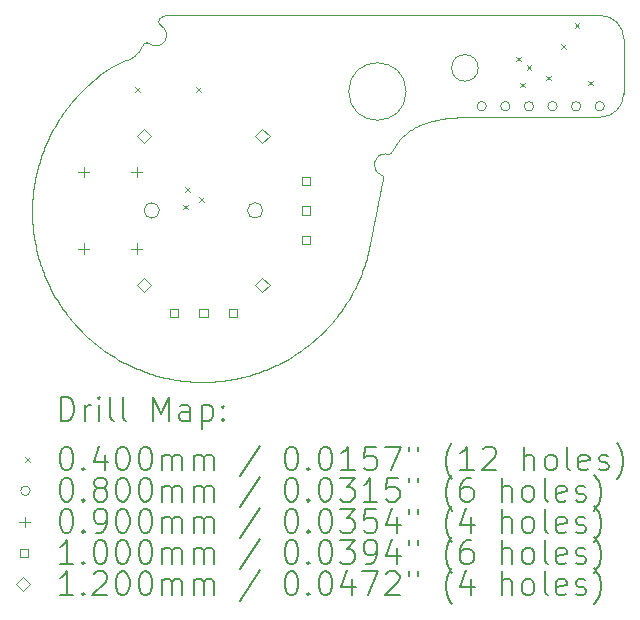
<source format=gbr>
%TF.GenerationSoftware,KiCad,Pcbnew,8.0.2*%
%TF.CreationDate,2024-10-29T11:55:58-07:00*%
%TF.ProjectId,UGC_SubStick,5547435f-5375-4625-9374-69636b2e6b69,rev?*%
%TF.SameCoordinates,Original*%
%TF.FileFunction,Drillmap*%
%TF.FilePolarity,Positive*%
%FSLAX45Y45*%
G04 Gerber Fmt 4.5, Leading zero omitted, Abs format (unit mm)*
G04 Created by KiCad (PCBNEW 8.0.2) date 2024-10-29 11:55:58*
%MOMM*%
%LPD*%
G01*
G04 APERTURE LIST*
%ADD10C,0.100000*%
%ADD11C,0.200000*%
%ADD12C,0.120000*%
G04 APERTURE END LIST*
D10*
X23618272Y-14037382D02*
X23605554Y-14052395D01*
X23593046Y-14067575D01*
X23580749Y-14082920D01*
X23568666Y-14098427D01*
X23556797Y-14114094D01*
X23545144Y-14129920D01*
X23533708Y-14145901D01*
X23522492Y-14162036D01*
X23511496Y-14178322D01*
X23500723Y-14194756D01*
X23490173Y-14211338D01*
X23479849Y-14228064D01*
X23469752Y-14244932D01*
X23459883Y-14261940D01*
X23450244Y-14279086D01*
X23440837Y-14296367D01*
X26241651Y-14687583D02*
X26241343Y-14695279D01*
X26433381Y-14321382D02*
X26442989Y-14313425D01*
X26452798Y-14305743D01*
X26462809Y-14298332D01*
X26473025Y-14291188D01*
X26483450Y-14284307D01*
X26494084Y-14277684D01*
X26504932Y-14271316D01*
X26515996Y-14265197D01*
X26527278Y-14259324D01*
X26538781Y-14253693D01*
X26550508Y-14248298D01*
X26562461Y-14243137D01*
X26574643Y-14238204D01*
X26587056Y-14233495D01*
X26599704Y-14229007D01*
X26612589Y-14224734D01*
X24351769Y-13344745D02*
G75*
G02*
X24425418Y-13317610I73651J-86385D01*
G01*
X26168778Y-15063190D02*
X26171046Y-15051693D01*
X26173313Y-15040196D01*
X26175581Y-15028699D01*
X26177849Y-15017201D01*
X26180116Y-15005704D01*
X26182384Y-14994207D01*
X26184652Y-14982710D01*
X26186919Y-14971212D01*
X26189187Y-14959715D01*
X26191454Y-14948218D01*
X26193722Y-14936721D01*
X26195990Y-14925224D01*
X26198257Y-14913726D01*
X26200525Y-14902229D01*
X26202793Y-14890732D01*
X26205060Y-14879235D01*
X26207328Y-14867737D01*
X26209596Y-14856240D01*
X26211863Y-14844743D01*
X26214131Y-14833246D01*
X26216399Y-14821749D01*
X26218666Y-14810251D01*
X26220934Y-14798754D01*
X26223201Y-14787257D01*
X26225469Y-14775760D01*
X26227737Y-14764262D01*
X26230004Y-14752765D01*
X26232272Y-14741268D01*
X26234540Y-14729771D01*
X26236807Y-14718273D01*
X26239075Y-14706776D01*
X26241343Y-14695279D01*
X26239602Y-14680158D02*
X26241651Y-14687583D01*
X23328678Y-15384999D02*
X23333757Y-15401861D01*
X23339038Y-15418650D01*
X23344521Y-15435365D01*
X23350205Y-15452004D01*
X23356088Y-15468565D01*
X23362170Y-15485047D01*
X23368450Y-15501447D01*
X23374927Y-15517765D01*
X23381600Y-15533998D01*
X23388468Y-15550144D01*
X23395531Y-15566203D01*
X23402787Y-15582171D01*
X23410235Y-15598048D01*
X23417875Y-15613832D01*
X23425705Y-15629520D01*
X23433726Y-15645112D01*
X23441935Y-15660605D01*
X23450332Y-15675998D01*
X23458916Y-15691289D01*
X23467686Y-15706476D01*
X23476642Y-15721558D01*
X23485781Y-15736532D01*
X23495104Y-15751398D01*
X23504610Y-15766153D01*
X23514297Y-15780796D01*
X23524165Y-15795324D01*
X23534212Y-15809737D01*
X23544439Y-15824032D01*
X23554843Y-15838208D01*
X23565424Y-15852263D01*
X23576182Y-15866195D01*
X23587115Y-15880003D01*
X26225809Y-14667115D02*
G75*
G02*
X26268899Y-14490422I32991J85555D01*
G01*
X24545757Y-16410991D02*
X24563254Y-16412934D01*
X24580764Y-16414662D01*
X24598284Y-16416177D01*
X24615813Y-16417478D01*
X24633348Y-16418565D01*
X24650889Y-16419438D01*
X24668432Y-16420098D01*
X24685977Y-16420544D01*
X24703520Y-16420777D01*
X24721061Y-16420797D01*
X24738596Y-16420604D01*
X24756125Y-16420198D01*
X24773645Y-16419579D01*
X24791155Y-16418748D01*
X24808651Y-16417705D01*
X24826134Y-16416449D01*
X24843599Y-16414982D01*
X24861047Y-16413302D01*
X24878474Y-16411411D01*
X24895878Y-16409308D01*
X24913258Y-16406994D01*
X24930612Y-16404468D01*
X24947938Y-16401732D01*
X24965234Y-16398784D01*
X24982498Y-16395625D01*
X24999727Y-16392256D01*
X25016921Y-16388676D01*
X25034077Y-16384886D01*
X25051193Y-16380886D01*
X25068268Y-16376675D01*
X25085298Y-16372254D01*
X25102283Y-16367624D01*
X24014013Y-16239899D02*
X24029475Y-16248342D01*
X24045030Y-16256591D01*
X24060676Y-16264646D01*
X24076412Y-16272506D01*
X24092235Y-16280170D01*
X24108144Y-16287638D01*
X24124136Y-16294910D01*
X24140211Y-16301983D01*
X24156366Y-16308859D01*
X24172599Y-16315537D01*
X24188908Y-16322015D01*
X24205292Y-16328293D01*
X24221749Y-16334371D01*
X24238276Y-16340248D01*
X24254873Y-16345924D01*
X24271536Y-16351397D01*
X24288265Y-16356667D01*
X24305057Y-16361735D01*
X24321910Y-16366598D01*
X24338823Y-16371257D01*
X24355794Y-16375710D01*
X24372821Y-16379958D01*
X24389902Y-16384000D01*
X24407035Y-16387834D01*
X24424219Y-16391461D01*
X24441451Y-16394880D01*
X24458730Y-16398091D01*
X24476053Y-16401092D01*
X24493419Y-16403883D01*
X24510827Y-16406463D01*
X24528273Y-16408833D01*
X24545757Y-16410991D01*
X24358984Y-13402763D02*
G75*
G02*
X24259451Y-13555241I-40594J-82227D01*
G01*
X26612589Y-14224734D02*
X26624927Y-14220908D01*
X26637332Y-14217304D01*
X26649782Y-14213917D01*
X26662255Y-14210739D01*
X26674731Y-14207763D01*
X26687187Y-14204984D01*
X26699603Y-14202395D01*
X26711957Y-14199988D01*
X26724226Y-14197757D01*
X26736391Y-14195696D01*
X26748429Y-14193798D01*
X26760319Y-14192056D01*
X26772039Y-14190464D01*
X26783568Y-14189015D01*
X26794884Y-14187702D01*
X26805966Y-14186519D01*
X26816793Y-14185459D01*
X26827343Y-14184516D01*
X26837594Y-14183683D01*
X26857116Y-14182318D01*
X26875185Y-14181314D01*
X26891631Y-14180616D01*
X26906282Y-14180172D01*
X26918966Y-14179929D01*
X26929510Y-14179832D01*
X26933927Y-14179823D01*
X24212383Y-13557128D02*
X24220597Y-13551110D01*
X24223685Y-13549665D01*
X24204761Y-13568323D02*
X24210075Y-13559638D01*
X24212383Y-13557128D01*
X23277498Y-14829687D02*
X23275802Y-14847193D01*
X23274321Y-14864709D01*
X23273054Y-14882232D01*
X23272001Y-14899761D01*
X23271161Y-14917293D01*
X23270536Y-14934827D01*
X23270124Y-14952362D01*
X23269925Y-14969894D01*
X23269939Y-14987422D01*
X23270167Y-15004944D01*
X23270607Y-15022458D01*
X23271259Y-15039962D01*
X23272124Y-15057454D01*
X23273202Y-15074933D01*
X23274491Y-15092396D01*
X23275992Y-15109842D01*
X23277705Y-15127268D01*
X23279630Y-15144672D01*
X23281765Y-15162054D01*
X23284112Y-15179409D01*
X23286670Y-15196738D01*
X23289439Y-15214037D01*
X23292418Y-15231306D01*
X23295608Y-15248541D01*
X23299007Y-15265741D01*
X23302617Y-15282904D01*
X23306437Y-15300028D01*
X23310467Y-15317112D01*
X23314706Y-15334152D01*
X23319154Y-15351148D01*
X23323812Y-15368098D01*
X23328678Y-15384999D01*
X25223220Y-14968852D02*
G75*
G02*
X25093220Y-14968852I-65000J0D01*
G01*
X25093220Y-14968852D02*
G75*
G02*
X25223220Y-14968852I65000J0D01*
G01*
X23440837Y-14296367D02*
X23432627Y-14311924D01*
X23424612Y-14327571D01*
X23416792Y-14343306D01*
X23409167Y-14359128D01*
X23401739Y-14375034D01*
X23394508Y-14391023D01*
X23387474Y-14407094D01*
X23380639Y-14423243D01*
X23374002Y-14439469D01*
X23367564Y-14455771D01*
X23361326Y-14472146D01*
X23355288Y-14488593D01*
X23349451Y-14505110D01*
X23343816Y-14521694D01*
X23338383Y-14538344D01*
X23333152Y-14555059D01*
X23328125Y-14571836D01*
X23323302Y-14588673D01*
X23318683Y-14605568D01*
X23314269Y-14622521D01*
X23310060Y-14639528D01*
X23306058Y-14656588D01*
X23302262Y-14673699D01*
X23298674Y-14690859D01*
X23295293Y-14708066D01*
X23292121Y-14725319D01*
X23289158Y-14742616D01*
X23286405Y-14759954D01*
X23283861Y-14777332D01*
X23281529Y-14794748D01*
X23279407Y-14812201D01*
X23277498Y-14829687D01*
X23847358Y-13823002D02*
G75*
G02*
X24075760Y-13695442I587362J-783438D01*
G01*
X26233992Y-14672276D02*
X26239602Y-14680158D01*
X24348220Y-14968852D02*
G75*
G02*
X24218220Y-14968852I-65000J0D01*
G01*
X24218220Y-14968852D02*
G75*
G02*
X24348220Y-14968852I65000J0D01*
G01*
X23847358Y-13823002D02*
X23831705Y-13834905D01*
X23816221Y-13847016D01*
X23800908Y-13859333D01*
X23785767Y-13871855D01*
X23770801Y-13884579D01*
X23756011Y-13897504D01*
X23741400Y-13910628D01*
X23726970Y-13923949D01*
X23712723Y-13937465D01*
X23698660Y-13951175D01*
X23684783Y-13965075D01*
X23671096Y-13979165D01*
X23657599Y-13993443D01*
X23644294Y-14007906D01*
X23631185Y-14022553D01*
X23618272Y-14037382D01*
X26933927Y-14179823D02*
X28079541Y-14179823D01*
X26436773Y-13961973D02*
G75*
G02*
X25950773Y-13961973I-243000J0D01*
G01*
X25950773Y-13961973D02*
G75*
G02*
X26436773Y-13961973I243000J0D01*
G01*
X25967520Y-15693868D02*
X25979138Y-15673253D01*
X25990163Y-15653068D01*
X26000620Y-15633276D01*
X26010533Y-15613840D01*
X26019928Y-15594723D01*
X26028829Y-15575888D01*
X26037261Y-15557297D01*
X26045249Y-15538913D01*
X26052819Y-15520699D01*
X26059996Y-15502618D01*
X26066803Y-15484633D01*
X26073267Y-15466707D01*
X26079411Y-15448801D01*
X26085262Y-15430880D01*
X26090844Y-15412906D01*
X26096182Y-15394841D01*
X26101301Y-15376649D01*
X26106226Y-15358293D01*
X26110982Y-15339734D01*
X26115593Y-15320937D01*
X26120086Y-15301864D01*
X26124484Y-15282477D01*
X26128813Y-15262739D01*
X26133098Y-15242614D01*
X26137363Y-15222064D01*
X26141635Y-15201051D01*
X26145936Y-15179540D01*
X26150294Y-15157492D01*
X26154732Y-15134870D01*
X26159275Y-15111637D01*
X26163949Y-15087756D01*
X26168778Y-15063190D01*
X24358984Y-13402763D02*
G75*
G02*
X24351771Y-13344747I15496J31383D01*
G01*
X28079541Y-13317611D02*
X24425418Y-13317611D01*
X25102283Y-16367624D02*
X25119238Y-16362779D01*
X25136123Y-16357730D01*
X25152937Y-16352479D01*
X25169677Y-16347025D01*
X25186342Y-16341370D01*
X25202931Y-16335515D01*
X25219441Y-16329461D01*
X25235871Y-16323208D01*
X25252218Y-16316757D01*
X25268482Y-16310110D01*
X25284661Y-16303267D01*
X25300752Y-16296229D01*
X25316755Y-16288997D01*
X25332666Y-16281572D01*
X25348485Y-16273955D01*
X25364210Y-16266146D01*
X25379839Y-16258146D01*
X25395370Y-16249957D01*
X25410801Y-16241579D01*
X25426131Y-16233013D01*
X25441358Y-16224260D01*
X25456481Y-16215321D01*
X25471497Y-16206197D01*
X25486404Y-16196889D01*
X25501202Y-16187396D01*
X25515887Y-16177722D01*
X25530460Y-16167865D01*
X25544916Y-16157828D01*
X25559256Y-16147611D01*
X25573477Y-16137215D01*
X25587578Y-16126640D01*
X25601556Y-16115888D01*
X26318066Y-14465087D02*
X26323091Y-14456236D01*
X26328344Y-14447304D01*
X26333839Y-14438305D01*
X26339588Y-14429252D01*
X26345605Y-14420160D01*
X26351905Y-14411041D01*
X26358499Y-14401910D01*
X26365403Y-14392779D01*
X26372629Y-14383663D01*
X26380192Y-14374574D01*
X26388104Y-14365527D01*
X26396379Y-14356534D01*
X26405030Y-14347610D01*
X26414072Y-14338767D01*
X26423518Y-14330020D01*
X26433381Y-14321382D01*
X23587115Y-15880003D02*
X23598212Y-15893673D01*
X23609470Y-15907199D01*
X23620886Y-15920581D01*
X23632458Y-15933816D01*
X23644185Y-15946904D01*
X23656066Y-15959843D01*
X23668100Y-15972632D01*
X23680283Y-15985269D01*
X23692616Y-15997754D01*
X23705097Y-16010086D01*
X23717724Y-16022262D01*
X23730496Y-16034282D01*
X23743410Y-16046144D01*
X23756467Y-16057847D01*
X23769664Y-16069390D01*
X23782999Y-16080772D01*
X23796472Y-16091991D01*
X23810080Y-16103046D01*
X23823823Y-16113936D01*
X23837698Y-16124659D01*
X23851705Y-16135215D01*
X23865841Y-16145602D01*
X23880106Y-16155819D01*
X23894497Y-16165864D01*
X23909014Y-16175736D01*
X23923654Y-16185434D01*
X23938417Y-16194957D01*
X23953300Y-16204304D01*
X23968303Y-16213472D01*
X23983424Y-16222462D01*
X23998661Y-16231271D01*
X24014013Y-16239899D01*
X24204761Y-13568323D02*
X24200623Y-13577607D01*
X24196260Y-13586591D01*
X26305545Y-14479838D02*
X26296847Y-14485399D01*
X26288362Y-14488731D01*
X25601556Y-16115888D02*
X25615386Y-16104979D01*
X25629075Y-16093908D01*
X25642621Y-16082676D01*
X25656024Y-16071286D01*
X25669280Y-16059738D01*
X25682390Y-16048035D01*
X25695353Y-16036177D01*
X25708165Y-16024166D01*
X25720828Y-16012004D01*
X25733338Y-15999692D01*
X25745695Y-15987231D01*
X25757898Y-15974623D01*
X25769945Y-15961870D01*
X25781835Y-15948972D01*
X25793567Y-15935932D01*
X25805139Y-15922751D01*
X25816550Y-15909430D01*
X25827799Y-15895971D01*
X25838884Y-15882376D01*
X25849805Y-15868645D01*
X25860559Y-15854781D01*
X25871146Y-15840784D01*
X25881564Y-15826656D01*
X25891812Y-15812400D01*
X25901889Y-15798015D01*
X25911793Y-15783504D01*
X25921523Y-15768868D01*
X25931078Y-15754109D01*
X25940457Y-15739228D01*
X25949657Y-15724227D01*
X25958679Y-15709106D01*
X25967520Y-15693868D01*
X24223685Y-13549665D02*
X24233568Y-13547216D01*
X24236975Y-13547052D01*
X28079541Y-13317611D02*
G75*
G02*
X28279539Y-13517611I-1J-199999D01*
G01*
X28279541Y-13979823D02*
G75*
G02*
X28079541Y-14179821I-200001J3D01*
G01*
X27046427Y-13762138D02*
G75*
G02*
X26821427Y-13762138I-112500J0D01*
G01*
X26821427Y-13762138D02*
G75*
G02*
X27046427Y-13762138I112500J0D01*
G01*
X28279541Y-13979823D02*
X28279541Y-13517611D01*
X26318066Y-14465087D02*
X26312130Y-14473535D01*
X26305545Y-14479838D01*
X24137963Y-13659420D02*
X24129414Y-13665451D01*
X24120175Y-13671738D01*
X24110123Y-13678057D01*
X24099858Y-13683793D01*
X24090113Y-13688703D01*
X24080946Y-13693049D01*
X24075761Y-13695442D01*
X24236975Y-13547052D02*
X24247123Y-13548561D01*
X24248935Y-13549165D01*
X24196260Y-13586591D02*
X24191172Y-13595290D01*
X24185252Y-13605077D01*
X24179738Y-13613673D01*
X24173847Y-13622081D01*
X24172709Y-13623616D01*
X26225809Y-14667115D02*
X26233992Y-14672276D01*
X24248935Y-13549165D02*
X24257956Y-13554052D01*
X24259452Y-13555239D01*
X24172709Y-13623616D02*
X24165770Y-13631311D01*
X24158558Y-13639160D01*
X24151646Y-13646440D01*
X24144528Y-13653493D01*
X24137963Y-13659420D01*
X26288362Y-14488731D02*
X26278102Y-14490581D01*
X26268900Y-14490413D01*
D11*
D10*
X24140000Y-13922500D02*
X24180000Y-13962500D01*
X24180000Y-13922500D02*
X24140000Y-13962500D01*
X24549420Y-14920280D02*
X24589420Y-14960280D01*
X24589420Y-14920280D02*
X24549420Y-14960280D01*
X24567200Y-14772960D02*
X24607200Y-14812960D01*
X24607200Y-14772960D02*
X24567200Y-14812960D01*
X24657500Y-13922500D02*
X24697500Y-13962500D01*
X24697500Y-13922500D02*
X24657500Y-13962500D01*
X24686580Y-14859320D02*
X24726580Y-14899320D01*
X24726580Y-14859320D02*
X24686580Y-14899320D01*
X27368820Y-13667500D02*
X27408820Y-13707500D01*
X27408820Y-13667500D02*
X27368820Y-13707500D01*
X27399300Y-13886500D02*
X27439300Y-13926500D01*
X27439300Y-13886500D02*
X27399300Y-13926500D01*
X27457720Y-13736640D02*
X27497720Y-13776640D01*
X27497720Y-13736640D02*
X27457720Y-13776640D01*
X27620280Y-13828080D02*
X27660280Y-13868080D01*
X27660280Y-13828080D02*
X27620280Y-13868080D01*
X27749820Y-13558840D02*
X27789820Y-13598840D01*
X27789820Y-13558840D02*
X27749820Y-13598840D01*
X27864120Y-13383580D02*
X27904120Y-13423580D01*
X27904120Y-13383580D02*
X27864120Y-13423580D01*
X27980000Y-13870000D02*
X28020000Y-13910000D01*
X28020000Y-13870000D02*
X27980000Y-13910000D01*
X27116100Y-14086741D02*
G75*
G02*
X27036100Y-14086741I-40000J0D01*
G01*
X27036100Y-14086741D02*
G75*
G02*
X27116100Y-14086741I40000J0D01*
G01*
X27316100Y-14086741D02*
G75*
G02*
X27236100Y-14086741I-40000J0D01*
G01*
X27236100Y-14086741D02*
G75*
G02*
X27316100Y-14086741I40000J0D01*
G01*
X27516100Y-14086741D02*
G75*
G02*
X27436100Y-14086741I-40000J0D01*
G01*
X27436100Y-14086741D02*
G75*
G02*
X27516100Y-14086741I40000J0D01*
G01*
X27716100Y-14086741D02*
G75*
G02*
X27636100Y-14086741I-40000J0D01*
G01*
X27636100Y-14086741D02*
G75*
G02*
X27716100Y-14086741I40000J0D01*
G01*
X27916100Y-14086741D02*
G75*
G02*
X27836100Y-14086741I-40000J0D01*
G01*
X27836100Y-14086741D02*
G75*
G02*
X27916100Y-14086741I40000J0D01*
G01*
X28116100Y-14086741D02*
G75*
G02*
X28036100Y-14086741I-40000J0D01*
G01*
X28036100Y-14086741D02*
G75*
G02*
X28116100Y-14086741I40000J0D01*
G01*
X23705720Y-14598852D02*
X23705720Y-14688852D01*
X23660720Y-14643852D02*
X23750720Y-14643852D01*
X23705720Y-15248852D02*
X23705720Y-15338852D01*
X23660720Y-15293852D02*
X23750720Y-15293852D01*
X24155720Y-14598852D02*
X24155720Y-14688852D01*
X24110720Y-14643852D02*
X24200720Y-14643852D01*
X24155720Y-15248852D02*
X24155720Y-15338852D01*
X24110720Y-15293852D02*
X24200720Y-15293852D01*
X24506076Y-15874207D02*
X24506076Y-15803496D01*
X24435364Y-15803496D01*
X24435364Y-15874207D01*
X24506076Y-15874207D01*
X24756076Y-15874207D02*
X24756076Y-15803496D01*
X24685364Y-15803496D01*
X24685364Y-15874207D01*
X24756076Y-15874207D01*
X25006076Y-15874207D02*
X25006076Y-15803496D01*
X24935364Y-15803496D01*
X24935364Y-15874207D01*
X25006076Y-15874207D01*
X25626076Y-14754207D02*
X25626076Y-14683496D01*
X25555364Y-14683496D01*
X25555364Y-14754207D01*
X25626076Y-14754207D01*
X25626076Y-15004207D02*
X25626076Y-14933496D01*
X25555364Y-14933496D01*
X25555364Y-15004207D01*
X25626076Y-15004207D01*
X25626076Y-15254207D02*
X25626076Y-15183496D01*
X25555364Y-15183496D01*
X25555364Y-15254207D01*
X25626076Y-15254207D01*
D12*
X24220720Y-14396352D02*
X24280720Y-14336352D01*
X24220720Y-14276352D01*
X24160720Y-14336352D01*
X24220720Y-14396352D01*
X24220720Y-15661352D02*
X24280720Y-15601352D01*
X24220720Y-15541352D01*
X24160720Y-15601352D01*
X24220720Y-15661352D01*
X25220720Y-14396352D02*
X25280720Y-14336352D01*
X25220720Y-14276352D01*
X25160720Y-14336352D01*
X25220720Y-14396352D01*
X25220720Y-15661352D02*
X25280720Y-15601352D01*
X25220720Y-15541352D01*
X25160720Y-15601352D01*
X25220720Y-15661352D01*
D11*
X23514043Y-16749344D02*
X23514043Y-16549344D01*
X23514043Y-16549344D02*
X23561662Y-16549344D01*
X23561662Y-16549344D02*
X23590233Y-16558868D01*
X23590233Y-16558868D02*
X23609281Y-16577916D01*
X23609281Y-16577916D02*
X23618805Y-16596963D01*
X23618805Y-16596963D02*
X23628329Y-16635059D01*
X23628329Y-16635059D02*
X23628329Y-16663630D01*
X23628329Y-16663630D02*
X23618805Y-16701725D01*
X23618805Y-16701725D02*
X23609281Y-16720773D01*
X23609281Y-16720773D02*
X23590233Y-16739821D01*
X23590233Y-16739821D02*
X23561662Y-16749344D01*
X23561662Y-16749344D02*
X23514043Y-16749344D01*
X23714043Y-16749344D02*
X23714043Y-16616011D01*
X23714043Y-16654106D02*
X23723567Y-16635059D01*
X23723567Y-16635059D02*
X23733090Y-16625535D01*
X23733090Y-16625535D02*
X23752138Y-16616011D01*
X23752138Y-16616011D02*
X23771186Y-16616011D01*
X23837852Y-16749344D02*
X23837852Y-16616011D01*
X23837852Y-16549344D02*
X23828329Y-16558868D01*
X23828329Y-16558868D02*
X23837852Y-16568392D01*
X23837852Y-16568392D02*
X23847376Y-16558868D01*
X23847376Y-16558868D02*
X23837852Y-16549344D01*
X23837852Y-16549344D02*
X23837852Y-16568392D01*
X23961662Y-16749344D02*
X23942614Y-16739821D01*
X23942614Y-16739821D02*
X23933090Y-16720773D01*
X23933090Y-16720773D02*
X23933090Y-16549344D01*
X24066424Y-16749344D02*
X24047376Y-16739821D01*
X24047376Y-16739821D02*
X24037852Y-16720773D01*
X24037852Y-16720773D02*
X24037852Y-16549344D01*
X24294995Y-16749344D02*
X24294995Y-16549344D01*
X24294995Y-16549344D02*
X24361662Y-16692202D01*
X24361662Y-16692202D02*
X24428329Y-16549344D01*
X24428329Y-16549344D02*
X24428329Y-16749344D01*
X24609281Y-16749344D02*
X24609281Y-16644583D01*
X24609281Y-16644583D02*
X24599757Y-16625535D01*
X24599757Y-16625535D02*
X24580710Y-16616011D01*
X24580710Y-16616011D02*
X24542614Y-16616011D01*
X24542614Y-16616011D02*
X24523567Y-16625535D01*
X24609281Y-16739821D02*
X24590233Y-16749344D01*
X24590233Y-16749344D02*
X24542614Y-16749344D01*
X24542614Y-16749344D02*
X24523567Y-16739821D01*
X24523567Y-16739821D02*
X24514043Y-16720773D01*
X24514043Y-16720773D02*
X24514043Y-16701725D01*
X24514043Y-16701725D02*
X24523567Y-16682678D01*
X24523567Y-16682678D02*
X24542614Y-16673154D01*
X24542614Y-16673154D02*
X24590233Y-16673154D01*
X24590233Y-16673154D02*
X24609281Y-16663630D01*
X24704519Y-16616011D02*
X24704519Y-16816011D01*
X24704519Y-16625535D02*
X24723567Y-16616011D01*
X24723567Y-16616011D02*
X24761662Y-16616011D01*
X24761662Y-16616011D02*
X24780710Y-16625535D01*
X24780710Y-16625535D02*
X24790233Y-16635059D01*
X24790233Y-16635059D02*
X24799757Y-16654106D01*
X24799757Y-16654106D02*
X24799757Y-16711249D01*
X24799757Y-16711249D02*
X24790233Y-16730297D01*
X24790233Y-16730297D02*
X24780710Y-16739821D01*
X24780710Y-16739821D02*
X24761662Y-16749344D01*
X24761662Y-16749344D02*
X24723567Y-16749344D01*
X24723567Y-16749344D02*
X24704519Y-16739821D01*
X24885471Y-16730297D02*
X24894995Y-16739821D01*
X24894995Y-16739821D02*
X24885471Y-16749344D01*
X24885471Y-16749344D02*
X24875948Y-16739821D01*
X24875948Y-16739821D02*
X24885471Y-16730297D01*
X24885471Y-16730297D02*
X24885471Y-16749344D01*
X24885471Y-16625535D02*
X24894995Y-16635059D01*
X24894995Y-16635059D02*
X24885471Y-16644583D01*
X24885471Y-16644583D02*
X24875948Y-16635059D01*
X24875948Y-16635059D02*
X24885471Y-16625535D01*
X24885471Y-16625535D02*
X24885471Y-16644583D01*
D10*
X23213266Y-17057861D02*
X23253266Y-17097861D01*
X23253266Y-17057861D02*
X23213266Y-17097861D01*
D11*
X23552138Y-16969345D02*
X23571186Y-16969345D01*
X23571186Y-16969345D02*
X23590233Y-16978868D01*
X23590233Y-16978868D02*
X23599757Y-16988392D01*
X23599757Y-16988392D02*
X23609281Y-17007440D01*
X23609281Y-17007440D02*
X23618805Y-17045535D01*
X23618805Y-17045535D02*
X23618805Y-17093154D01*
X23618805Y-17093154D02*
X23609281Y-17131249D01*
X23609281Y-17131249D02*
X23599757Y-17150297D01*
X23599757Y-17150297D02*
X23590233Y-17159821D01*
X23590233Y-17159821D02*
X23571186Y-17169345D01*
X23571186Y-17169345D02*
X23552138Y-17169345D01*
X23552138Y-17169345D02*
X23533090Y-17159821D01*
X23533090Y-17159821D02*
X23523567Y-17150297D01*
X23523567Y-17150297D02*
X23514043Y-17131249D01*
X23514043Y-17131249D02*
X23504519Y-17093154D01*
X23504519Y-17093154D02*
X23504519Y-17045535D01*
X23504519Y-17045535D02*
X23514043Y-17007440D01*
X23514043Y-17007440D02*
X23523567Y-16988392D01*
X23523567Y-16988392D02*
X23533090Y-16978868D01*
X23533090Y-16978868D02*
X23552138Y-16969345D01*
X23704519Y-17150297D02*
X23714043Y-17159821D01*
X23714043Y-17159821D02*
X23704519Y-17169345D01*
X23704519Y-17169345D02*
X23694995Y-17159821D01*
X23694995Y-17159821D02*
X23704519Y-17150297D01*
X23704519Y-17150297D02*
X23704519Y-17169345D01*
X23885471Y-17036011D02*
X23885471Y-17169345D01*
X23837852Y-16959821D02*
X23790233Y-17102678D01*
X23790233Y-17102678D02*
X23914043Y-17102678D01*
X24028329Y-16969345D02*
X24047376Y-16969345D01*
X24047376Y-16969345D02*
X24066424Y-16978868D01*
X24066424Y-16978868D02*
X24075948Y-16988392D01*
X24075948Y-16988392D02*
X24085471Y-17007440D01*
X24085471Y-17007440D02*
X24094995Y-17045535D01*
X24094995Y-17045535D02*
X24094995Y-17093154D01*
X24094995Y-17093154D02*
X24085471Y-17131249D01*
X24085471Y-17131249D02*
X24075948Y-17150297D01*
X24075948Y-17150297D02*
X24066424Y-17159821D01*
X24066424Y-17159821D02*
X24047376Y-17169345D01*
X24047376Y-17169345D02*
X24028329Y-17169345D01*
X24028329Y-17169345D02*
X24009281Y-17159821D01*
X24009281Y-17159821D02*
X23999757Y-17150297D01*
X23999757Y-17150297D02*
X23990233Y-17131249D01*
X23990233Y-17131249D02*
X23980710Y-17093154D01*
X23980710Y-17093154D02*
X23980710Y-17045535D01*
X23980710Y-17045535D02*
X23990233Y-17007440D01*
X23990233Y-17007440D02*
X23999757Y-16988392D01*
X23999757Y-16988392D02*
X24009281Y-16978868D01*
X24009281Y-16978868D02*
X24028329Y-16969345D01*
X24218805Y-16969345D02*
X24237852Y-16969345D01*
X24237852Y-16969345D02*
X24256900Y-16978868D01*
X24256900Y-16978868D02*
X24266424Y-16988392D01*
X24266424Y-16988392D02*
X24275948Y-17007440D01*
X24275948Y-17007440D02*
X24285471Y-17045535D01*
X24285471Y-17045535D02*
X24285471Y-17093154D01*
X24285471Y-17093154D02*
X24275948Y-17131249D01*
X24275948Y-17131249D02*
X24266424Y-17150297D01*
X24266424Y-17150297D02*
X24256900Y-17159821D01*
X24256900Y-17159821D02*
X24237852Y-17169345D01*
X24237852Y-17169345D02*
X24218805Y-17169345D01*
X24218805Y-17169345D02*
X24199757Y-17159821D01*
X24199757Y-17159821D02*
X24190233Y-17150297D01*
X24190233Y-17150297D02*
X24180710Y-17131249D01*
X24180710Y-17131249D02*
X24171186Y-17093154D01*
X24171186Y-17093154D02*
X24171186Y-17045535D01*
X24171186Y-17045535D02*
X24180710Y-17007440D01*
X24180710Y-17007440D02*
X24190233Y-16988392D01*
X24190233Y-16988392D02*
X24199757Y-16978868D01*
X24199757Y-16978868D02*
X24218805Y-16969345D01*
X24371186Y-17169345D02*
X24371186Y-17036011D01*
X24371186Y-17055059D02*
X24380710Y-17045535D01*
X24380710Y-17045535D02*
X24399757Y-17036011D01*
X24399757Y-17036011D02*
X24428329Y-17036011D01*
X24428329Y-17036011D02*
X24447376Y-17045535D01*
X24447376Y-17045535D02*
X24456900Y-17064583D01*
X24456900Y-17064583D02*
X24456900Y-17169345D01*
X24456900Y-17064583D02*
X24466424Y-17045535D01*
X24466424Y-17045535D02*
X24485471Y-17036011D01*
X24485471Y-17036011D02*
X24514043Y-17036011D01*
X24514043Y-17036011D02*
X24533091Y-17045535D01*
X24533091Y-17045535D02*
X24542614Y-17064583D01*
X24542614Y-17064583D02*
X24542614Y-17169345D01*
X24637852Y-17169345D02*
X24637852Y-17036011D01*
X24637852Y-17055059D02*
X24647376Y-17045535D01*
X24647376Y-17045535D02*
X24666424Y-17036011D01*
X24666424Y-17036011D02*
X24694995Y-17036011D01*
X24694995Y-17036011D02*
X24714043Y-17045535D01*
X24714043Y-17045535D02*
X24723567Y-17064583D01*
X24723567Y-17064583D02*
X24723567Y-17169345D01*
X24723567Y-17064583D02*
X24733091Y-17045535D01*
X24733091Y-17045535D02*
X24752138Y-17036011D01*
X24752138Y-17036011D02*
X24780710Y-17036011D01*
X24780710Y-17036011D02*
X24799757Y-17045535D01*
X24799757Y-17045535D02*
X24809281Y-17064583D01*
X24809281Y-17064583D02*
X24809281Y-17169345D01*
X25199757Y-16959821D02*
X25028329Y-17216964D01*
X25456900Y-16969345D02*
X25475948Y-16969345D01*
X25475948Y-16969345D02*
X25494995Y-16978868D01*
X25494995Y-16978868D02*
X25504519Y-16988392D01*
X25504519Y-16988392D02*
X25514043Y-17007440D01*
X25514043Y-17007440D02*
X25523567Y-17045535D01*
X25523567Y-17045535D02*
X25523567Y-17093154D01*
X25523567Y-17093154D02*
X25514043Y-17131249D01*
X25514043Y-17131249D02*
X25504519Y-17150297D01*
X25504519Y-17150297D02*
X25494995Y-17159821D01*
X25494995Y-17159821D02*
X25475948Y-17169345D01*
X25475948Y-17169345D02*
X25456900Y-17169345D01*
X25456900Y-17169345D02*
X25437853Y-17159821D01*
X25437853Y-17159821D02*
X25428329Y-17150297D01*
X25428329Y-17150297D02*
X25418805Y-17131249D01*
X25418805Y-17131249D02*
X25409281Y-17093154D01*
X25409281Y-17093154D02*
X25409281Y-17045535D01*
X25409281Y-17045535D02*
X25418805Y-17007440D01*
X25418805Y-17007440D02*
X25428329Y-16988392D01*
X25428329Y-16988392D02*
X25437853Y-16978868D01*
X25437853Y-16978868D02*
X25456900Y-16969345D01*
X25609281Y-17150297D02*
X25618805Y-17159821D01*
X25618805Y-17159821D02*
X25609281Y-17169345D01*
X25609281Y-17169345D02*
X25599757Y-17159821D01*
X25599757Y-17159821D02*
X25609281Y-17150297D01*
X25609281Y-17150297D02*
X25609281Y-17169345D01*
X25742614Y-16969345D02*
X25761662Y-16969345D01*
X25761662Y-16969345D02*
X25780710Y-16978868D01*
X25780710Y-16978868D02*
X25790234Y-16988392D01*
X25790234Y-16988392D02*
X25799757Y-17007440D01*
X25799757Y-17007440D02*
X25809281Y-17045535D01*
X25809281Y-17045535D02*
X25809281Y-17093154D01*
X25809281Y-17093154D02*
X25799757Y-17131249D01*
X25799757Y-17131249D02*
X25790234Y-17150297D01*
X25790234Y-17150297D02*
X25780710Y-17159821D01*
X25780710Y-17159821D02*
X25761662Y-17169345D01*
X25761662Y-17169345D02*
X25742614Y-17169345D01*
X25742614Y-17169345D02*
X25723567Y-17159821D01*
X25723567Y-17159821D02*
X25714043Y-17150297D01*
X25714043Y-17150297D02*
X25704519Y-17131249D01*
X25704519Y-17131249D02*
X25694995Y-17093154D01*
X25694995Y-17093154D02*
X25694995Y-17045535D01*
X25694995Y-17045535D02*
X25704519Y-17007440D01*
X25704519Y-17007440D02*
X25714043Y-16988392D01*
X25714043Y-16988392D02*
X25723567Y-16978868D01*
X25723567Y-16978868D02*
X25742614Y-16969345D01*
X25999757Y-17169345D02*
X25885472Y-17169345D01*
X25942614Y-17169345D02*
X25942614Y-16969345D01*
X25942614Y-16969345D02*
X25923567Y-16997916D01*
X25923567Y-16997916D02*
X25904519Y-17016964D01*
X25904519Y-17016964D02*
X25885472Y-17026487D01*
X26180710Y-16969345D02*
X26085472Y-16969345D01*
X26085472Y-16969345D02*
X26075948Y-17064583D01*
X26075948Y-17064583D02*
X26085472Y-17055059D01*
X26085472Y-17055059D02*
X26104519Y-17045535D01*
X26104519Y-17045535D02*
X26152138Y-17045535D01*
X26152138Y-17045535D02*
X26171186Y-17055059D01*
X26171186Y-17055059D02*
X26180710Y-17064583D01*
X26180710Y-17064583D02*
X26190234Y-17083630D01*
X26190234Y-17083630D02*
X26190234Y-17131249D01*
X26190234Y-17131249D02*
X26180710Y-17150297D01*
X26180710Y-17150297D02*
X26171186Y-17159821D01*
X26171186Y-17159821D02*
X26152138Y-17169345D01*
X26152138Y-17169345D02*
X26104519Y-17169345D01*
X26104519Y-17169345D02*
X26085472Y-17159821D01*
X26085472Y-17159821D02*
X26075948Y-17150297D01*
X26256900Y-16969345D02*
X26390234Y-16969345D01*
X26390234Y-16969345D02*
X26304519Y-17169345D01*
X26456900Y-16969345D02*
X26456900Y-17007440D01*
X26533091Y-16969345D02*
X26533091Y-17007440D01*
X26828329Y-17245535D02*
X26818805Y-17236011D01*
X26818805Y-17236011D02*
X26799757Y-17207440D01*
X26799757Y-17207440D02*
X26790234Y-17188392D01*
X26790234Y-17188392D02*
X26780710Y-17159821D01*
X26780710Y-17159821D02*
X26771186Y-17112202D01*
X26771186Y-17112202D02*
X26771186Y-17074106D01*
X26771186Y-17074106D02*
X26780710Y-17026487D01*
X26780710Y-17026487D02*
X26790234Y-16997916D01*
X26790234Y-16997916D02*
X26799757Y-16978868D01*
X26799757Y-16978868D02*
X26818805Y-16950297D01*
X26818805Y-16950297D02*
X26828329Y-16940773D01*
X27009281Y-17169345D02*
X26894996Y-17169345D01*
X26952138Y-17169345D02*
X26952138Y-16969345D01*
X26952138Y-16969345D02*
X26933091Y-16997916D01*
X26933091Y-16997916D02*
X26914043Y-17016964D01*
X26914043Y-17016964D02*
X26894996Y-17026487D01*
X27085472Y-16988392D02*
X27094996Y-16978868D01*
X27094996Y-16978868D02*
X27114043Y-16969345D01*
X27114043Y-16969345D02*
X27161662Y-16969345D01*
X27161662Y-16969345D02*
X27180710Y-16978868D01*
X27180710Y-16978868D02*
X27190234Y-16988392D01*
X27190234Y-16988392D02*
X27199757Y-17007440D01*
X27199757Y-17007440D02*
X27199757Y-17026487D01*
X27199757Y-17026487D02*
X27190234Y-17055059D01*
X27190234Y-17055059D02*
X27075948Y-17169345D01*
X27075948Y-17169345D02*
X27199757Y-17169345D01*
X27437853Y-17169345D02*
X27437853Y-16969345D01*
X27523567Y-17169345D02*
X27523567Y-17064583D01*
X27523567Y-17064583D02*
X27514043Y-17045535D01*
X27514043Y-17045535D02*
X27494996Y-17036011D01*
X27494996Y-17036011D02*
X27466424Y-17036011D01*
X27466424Y-17036011D02*
X27447377Y-17045535D01*
X27447377Y-17045535D02*
X27437853Y-17055059D01*
X27647377Y-17169345D02*
X27628329Y-17159821D01*
X27628329Y-17159821D02*
X27618805Y-17150297D01*
X27618805Y-17150297D02*
X27609281Y-17131249D01*
X27609281Y-17131249D02*
X27609281Y-17074106D01*
X27609281Y-17074106D02*
X27618805Y-17055059D01*
X27618805Y-17055059D02*
X27628329Y-17045535D01*
X27628329Y-17045535D02*
X27647377Y-17036011D01*
X27647377Y-17036011D02*
X27675948Y-17036011D01*
X27675948Y-17036011D02*
X27694996Y-17045535D01*
X27694996Y-17045535D02*
X27704519Y-17055059D01*
X27704519Y-17055059D02*
X27714043Y-17074106D01*
X27714043Y-17074106D02*
X27714043Y-17131249D01*
X27714043Y-17131249D02*
X27704519Y-17150297D01*
X27704519Y-17150297D02*
X27694996Y-17159821D01*
X27694996Y-17159821D02*
X27675948Y-17169345D01*
X27675948Y-17169345D02*
X27647377Y-17169345D01*
X27828329Y-17169345D02*
X27809281Y-17159821D01*
X27809281Y-17159821D02*
X27799758Y-17140773D01*
X27799758Y-17140773D02*
X27799758Y-16969345D01*
X27980710Y-17159821D02*
X27961662Y-17169345D01*
X27961662Y-17169345D02*
X27923567Y-17169345D01*
X27923567Y-17169345D02*
X27904519Y-17159821D01*
X27904519Y-17159821D02*
X27894996Y-17140773D01*
X27894996Y-17140773D02*
X27894996Y-17064583D01*
X27894996Y-17064583D02*
X27904519Y-17045535D01*
X27904519Y-17045535D02*
X27923567Y-17036011D01*
X27923567Y-17036011D02*
X27961662Y-17036011D01*
X27961662Y-17036011D02*
X27980710Y-17045535D01*
X27980710Y-17045535D02*
X27990234Y-17064583D01*
X27990234Y-17064583D02*
X27990234Y-17083630D01*
X27990234Y-17083630D02*
X27894996Y-17102678D01*
X28066424Y-17159821D02*
X28085472Y-17169345D01*
X28085472Y-17169345D02*
X28123567Y-17169345D01*
X28123567Y-17169345D02*
X28142615Y-17159821D01*
X28142615Y-17159821D02*
X28152139Y-17140773D01*
X28152139Y-17140773D02*
X28152139Y-17131249D01*
X28152139Y-17131249D02*
X28142615Y-17112202D01*
X28142615Y-17112202D02*
X28123567Y-17102678D01*
X28123567Y-17102678D02*
X28094996Y-17102678D01*
X28094996Y-17102678D02*
X28075948Y-17093154D01*
X28075948Y-17093154D02*
X28066424Y-17074106D01*
X28066424Y-17074106D02*
X28066424Y-17064583D01*
X28066424Y-17064583D02*
X28075948Y-17045535D01*
X28075948Y-17045535D02*
X28094996Y-17036011D01*
X28094996Y-17036011D02*
X28123567Y-17036011D01*
X28123567Y-17036011D02*
X28142615Y-17045535D01*
X28218805Y-17245535D02*
X28228329Y-17236011D01*
X28228329Y-17236011D02*
X28247377Y-17207440D01*
X28247377Y-17207440D02*
X28256900Y-17188392D01*
X28256900Y-17188392D02*
X28266424Y-17159821D01*
X28266424Y-17159821D02*
X28275948Y-17112202D01*
X28275948Y-17112202D02*
X28275948Y-17074106D01*
X28275948Y-17074106D02*
X28266424Y-17026487D01*
X28266424Y-17026487D02*
X28256900Y-16997916D01*
X28256900Y-16997916D02*
X28247377Y-16978868D01*
X28247377Y-16978868D02*
X28228329Y-16950297D01*
X28228329Y-16950297D02*
X28218805Y-16940773D01*
D10*
X23253266Y-17341861D02*
G75*
G02*
X23173266Y-17341861I-40000J0D01*
G01*
X23173266Y-17341861D02*
G75*
G02*
X23253266Y-17341861I40000J0D01*
G01*
D11*
X23552138Y-17233345D02*
X23571186Y-17233345D01*
X23571186Y-17233345D02*
X23590233Y-17242868D01*
X23590233Y-17242868D02*
X23599757Y-17252392D01*
X23599757Y-17252392D02*
X23609281Y-17271440D01*
X23609281Y-17271440D02*
X23618805Y-17309535D01*
X23618805Y-17309535D02*
X23618805Y-17357154D01*
X23618805Y-17357154D02*
X23609281Y-17395249D01*
X23609281Y-17395249D02*
X23599757Y-17414297D01*
X23599757Y-17414297D02*
X23590233Y-17423821D01*
X23590233Y-17423821D02*
X23571186Y-17433345D01*
X23571186Y-17433345D02*
X23552138Y-17433345D01*
X23552138Y-17433345D02*
X23533090Y-17423821D01*
X23533090Y-17423821D02*
X23523567Y-17414297D01*
X23523567Y-17414297D02*
X23514043Y-17395249D01*
X23514043Y-17395249D02*
X23504519Y-17357154D01*
X23504519Y-17357154D02*
X23504519Y-17309535D01*
X23504519Y-17309535D02*
X23514043Y-17271440D01*
X23514043Y-17271440D02*
X23523567Y-17252392D01*
X23523567Y-17252392D02*
X23533090Y-17242868D01*
X23533090Y-17242868D02*
X23552138Y-17233345D01*
X23704519Y-17414297D02*
X23714043Y-17423821D01*
X23714043Y-17423821D02*
X23704519Y-17433345D01*
X23704519Y-17433345D02*
X23694995Y-17423821D01*
X23694995Y-17423821D02*
X23704519Y-17414297D01*
X23704519Y-17414297D02*
X23704519Y-17433345D01*
X23828329Y-17319059D02*
X23809281Y-17309535D01*
X23809281Y-17309535D02*
X23799757Y-17300011D01*
X23799757Y-17300011D02*
X23790233Y-17280964D01*
X23790233Y-17280964D02*
X23790233Y-17271440D01*
X23790233Y-17271440D02*
X23799757Y-17252392D01*
X23799757Y-17252392D02*
X23809281Y-17242868D01*
X23809281Y-17242868D02*
X23828329Y-17233345D01*
X23828329Y-17233345D02*
X23866424Y-17233345D01*
X23866424Y-17233345D02*
X23885471Y-17242868D01*
X23885471Y-17242868D02*
X23894995Y-17252392D01*
X23894995Y-17252392D02*
X23904519Y-17271440D01*
X23904519Y-17271440D02*
X23904519Y-17280964D01*
X23904519Y-17280964D02*
X23894995Y-17300011D01*
X23894995Y-17300011D02*
X23885471Y-17309535D01*
X23885471Y-17309535D02*
X23866424Y-17319059D01*
X23866424Y-17319059D02*
X23828329Y-17319059D01*
X23828329Y-17319059D02*
X23809281Y-17328583D01*
X23809281Y-17328583D02*
X23799757Y-17338106D01*
X23799757Y-17338106D02*
X23790233Y-17357154D01*
X23790233Y-17357154D02*
X23790233Y-17395249D01*
X23790233Y-17395249D02*
X23799757Y-17414297D01*
X23799757Y-17414297D02*
X23809281Y-17423821D01*
X23809281Y-17423821D02*
X23828329Y-17433345D01*
X23828329Y-17433345D02*
X23866424Y-17433345D01*
X23866424Y-17433345D02*
X23885471Y-17423821D01*
X23885471Y-17423821D02*
X23894995Y-17414297D01*
X23894995Y-17414297D02*
X23904519Y-17395249D01*
X23904519Y-17395249D02*
X23904519Y-17357154D01*
X23904519Y-17357154D02*
X23894995Y-17338106D01*
X23894995Y-17338106D02*
X23885471Y-17328583D01*
X23885471Y-17328583D02*
X23866424Y-17319059D01*
X24028329Y-17233345D02*
X24047376Y-17233345D01*
X24047376Y-17233345D02*
X24066424Y-17242868D01*
X24066424Y-17242868D02*
X24075948Y-17252392D01*
X24075948Y-17252392D02*
X24085471Y-17271440D01*
X24085471Y-17271440D02*
X24094995Y-17309535D01*
X24094995Y-17309535D02*
X24094995Y-17357154D01*
X24094995Y-17357154D02*
X24085471Y-17395249D01*
X24085471Y-17395249D02*
X24075948Y-17414297D01*
X24075948Y-17414297D02*
X24066424Y-17423821D01*
X24066424Y-17423821D02*
X24047376Y-17433345D01*
X24047376Y-17433345D02*
X24028329Y-17433345D01*
X24028329Y-17433345D02*
X24009281Y-17423821D01*
X24009281Y-17423821D02*
X23999757Y-17414297D01*
X23999757Y-17414297D02*
X23990233Y-17395249D01*
X23990233Y-17395249D02*
X23980710Y-17357154D01*
X23980710Y-17357154D02*
X23980710Y-17309535D01*
X23980710Y-17309535D02*
X23990233Y-17271440D01*
X23990233Y-17271440D02*
X23999757Y-17252392D01*
X23999757Y-17252392D02*
X24009281Y-17242868D01*
X24009281Y-17242868D02*
X24028329Y-17233345D01*
X24218805Y-17233345D02*
X24237852Y-17233345D01*
X24237852Y-17233345D02*
X24256900Y-17242868D01*
X24256900Y-17242868D02*
X24266424Y-17252392D01*
X24266424Y-17252392D02*
X24275948Y-17271440D01*
X24275948Y-17271440D02*
X24285471Y-17309535D01*
X24285471Y-17309535D02*
X24285471Y-17357154D01*
X24285471Y-17357154D02*
X24275948Y-17395249D01*
X24275948Y-17395249D02*
X24266424Y-17414297D01*
X24266424Y-17414297D02*
X24256900Y-17423821D01*
X24256900Y-17423821D02*
X24237852Y-17433345D01*
X24237852Y-17433345D02*
X24218805Y-17433345D01*
X24218805Y-17433345D02*
X24199757Y-17423821D01*
X24199757Y-17423821D02*
X24190233Y-17414297D01*
X24190233Y-17414297D02*
X24180710Y-17395249D01*
X24180710Y-17395249D02*
X24171186Y-17357154D01*
X24171186Y-17357154D02*
X24171186Y-17309535D01*
X24171186Y-17309535D02*
X24180710Y-17271440D01*
X24180710Y-17271440D02*
X24190233Y-17252392D01*
X24190233Y-17252392D02*
X24199757Y-17242868D01*
X24199757Y-17242868D02*
X24218805Y-17233345D01*
X24371186Y-17433345D02*
X24371186Y-17300011D01*
X24371186Y-17319059D02*
X24380710Y-17309535D01*
X24380710Y-17309535D02*
X24399757Y-17300011D01*
X24399757Y-17300011D02*
X24428329Y-17300011D01*
X24428329Y-17300011D02*
X24447376Y-17309535D01*
X24447376Y-17309535D02*
X24456900Y-17328583D01*
X24456900Y-17328583D02*
X24456900Y-17433345D01*
X24456900Y-17328583D02*
X24466424Y-17309535D01*
X24466424Y-17309535D02*
X24485471Y-17300011D01*
X24485471Y-17300011D02*
X24514043Y-17300011D01*
X24514043Y-17300011D02*
X24533091Y-17309535D01*
X24533091Y-17309535D02*
X24542614Y-17328583D01*
X24542614Y-17328583D02*
X24542614Y-17433345D01*
X24637852Y-17433345D02*
X24637852Y-17300011D01*
X24637852Y-17319059D02*
X24647376Y-17309535D01*
X24647376Y-17309535D02*
X24666424Y-17300011D01*
X24666424Y-17300011D02*
X24694995Y-17300011D01*
X24694995Y-17300011D02*
X24714043Y-17309535D01*
X24714043Y-17309535D02*
X24723567Y-17328583D01*
X24723567Y-17328583D02*
X24723567Y-17433345D01*
X24723567Y-17328583D02*
X24733091Y-17309535D01*
X24733091Y-17309535D02*
X24752138Y-17300011D01*
X24752138Y-17300011D02*
X24780710Y-17300011D01*
X24780710Y-17300011D02*
X24799757Y-17309535D01*
X24799757Y-17309535D02*
X24809281Y-17328583D01*
X24809281Y-17328583D02*
X24809281Y-17433345D01*
X25199757Y-17223821D02*
X25028329Y-17480964D01*
X25456900Y-17233345D02*
X25475948Y-17233345D01*
X25475948Y-17233345D02*
X25494995Y-17242868D01*
X25494995Y-17242868D02*
X25504519Y-17252392D01*
X25504519Y-17252392D02*
X25514043Y-17271440D01*
X25514043Y-17271440D02*
X25523567Y-17309535D01*
X25523567Y-17309535D02*
X25523567Y-17357154D01*
X25523567Y-17357154D02*
X25514043Y-17395249D01*
X25514043Y-17395249D02*
X25504519Y-17414297D01*
X25504519Y-17414297D02*
X25494995Y-17423821D01*
X25494995Y-17423821D02*
X25475948Y-17433345D01*
X25475948Y-17433345D02*
X25456900Y-17433345D01*
X25456900Y-17433345D02*
X25437853Y-17423821D01*
X25437853Y-17423821D02*
X25428329Y-17414297D01*
X25428329Y-17414297D02*
X25418805Y-17395249D01*
X25418805Y-17395249D02*
X25409281Y-17357154D01*
X25409281Y-17357154D02*
X25409281Y-17309535D01*
X25409281Y-17309535D02*
X25418805Y-17271440D01*
X25418805Y-17271440D02*
X25428329Y-17252392D01*
X25428329Y-17252392D02*
X25437853Y-17242868D01*
X25437853Y-17242868D02*
X25456900Y-17233345D01*
X25609281Y-17414297D02*
X25618805Y-17423821D01*
X25618805Y-17423821D02*
X25609281Y-17433345D01*
X25609281Y-17433345D02*
X25599757Y-17423821D01*
X25599757Y-17423821D02*
X25609281Y-17414297D01*
X25609281Y-17414297D02*
X25609281Y-17433345D01*
X25742614Y-17233345D02*
X25761662Y-17233345D01*
X25761662Y-17233345D02*
X25780710Y-17242868D01*
X25780710Y-17242868D02*
X25790234Y-17252392D01*
X25790234Y-17252392D02*
X25799757Y-17271440D01*
X25799757Y-17271440D02*
X25809281Y-17309535D01*
X25809281Y-17309535D02*
X25809281Y-17357154D01*
X25809281Y-17357154D02*
X25799757Y-17395249D01*
X25799757Y-17395249D02*
X25790234Y-17414297D01*
X25790234Y-17414297D02*
X25780710Y-17423821D01*
X25780710Y-17423821D02*
X25761662Y-17433345D01*
X25761662Y-17433345D02*
X25742614Y-17433345D01*
X25742614Y-17433345D02*
X25723567Y-17423821D01*
X25723567Y-17423821D02*
X25714043Y-17414297D01*
X25714043Y-17414297D02*
X25704519Y-17395249D01*
X25704519Y-17395249D02*
X25694995Y-17357154D01*
X25694995Y-17357154D02*
X25694995Y-17309535D01*
X25694995Y-17309535D02*
X25704519Y-17271440D01*
X25704519Y-17271440D02*
X25714043Y-17252392D01*
X25714043Y-17252392D02*
X25723567Y-17242868D01*
X25723567Y-17242868D02*
X25742614Y-17233345D01*
X25875948Y-17233345D02*
X25999757Y-17233345D01*
X25999757Y-17233345D02*
X25933091Y-17309535D01*
X25933091Y-17309535D02*
X25961662Y-17309535D01*
X25961662Y-17309535D02*
X25980710Y-17319059D01*
X25980710Y-17319059D02*
X25990234Y-17328583D01*
X25990234Y-17328583D02*
X25999757Y-17347630D01*
X25999757Y-17347630D02*
X25999757Y-17395249D01*
X25999757Y-17395249D02*
X25990234Y-17414297D01*
X25990234Y-17414297D02*
X25980710Y-17423821D01*
X25980710Y-17423821D02*
X25961662Y-17433345D01*
X25961662Y-17433345D02*
X25904519Y-17433345D01*
X25904519Y-17433345D02*
X25885472Y-17423821D01*
X25885472Y-17423821D02*
X25875948Y-17414297D01*
X26190234Y-17433345D02*
X26075948Y-17433345D01*
X26133091Y-17433345D02*
X26133091Y-17233345D01*
X26133091Y-17233345D02*
X26114043Y-17261916D01*
X26114043Y-17261916D02*
X26094995Y-17280964D01*
X26094995Y-17280964D02*
X26075948Y-17290487D01*
X26371186Y-17233345D02*
X26275948Y-17233345D01*
X26275948Y-17233345D02*
X26266424Y-17328583D01*
X26266424Y-17328583D02*
X26275948Y-17319059D01*
X26275948Y-17319059D02*
X26294995Y-17309535D01*
X26294995Y-17309535D02*
X26342615Y-17309535D01*
X26342615Y-17309535D02*
X26361662Y-17319059D01*
X26361662Y-17319059D02*
X26371186Y-17328583D01*
X26371186Y-17328583D02*
X26380710Y-17347630D01*
X26380710Y-17347630D02*
X26380710Y-17395249D01*
X26380710Y-17395249D02*
X26371186Y-17414297D01*
X26371186Y-17414297D02*
X26361662Y-17423821D01*
X26361662Y-17423821D02*
X26342615Y-17433345D01*
X26342615Y-17433345D02*
X26294995Y-17433345D01*
X26294995Y-17433345D02*
X26275948Y-17423821D01*
X26275948Y-17423821D02*
X26266424Y-17414297D01*
X26456900Y-17233345D02*
X26456900Y-17271440D01*
X26533091Y-17233345D02*
X26533091Y-17271440D01*
X26828329Y-17509535D02*
X26818805Y-17500011D01*
X26818805Y-17500011D02*
X26799757Y-17471440D01*
X26799757Y-17471440D02*
X26790234Y-17452392D01*
X26790234Y-17452392D02*
X26780710Y-17423821D01*
X26780710Y-17423821D02*
X26771186Y-17376202D01*
X26771186Y-17376202D02*
X26771186Y-17338106D01*
X26771186Y-17338106D02*
X26780710Y-17290487D01*
X26780710Y-17290487D02*
X26790234Y-17261916D01*
X26790234Y-17261916D02*
X26799757Y-17242868D01*
X26799757Y-17242868D02*
X26818805Y-17214297D01*
X26818805Y-17214297D02*
X26828329Y-17204773D01*
X26990234Y-17233345D02*
X26952138Y-17233345D01*
X26952138Y-17233345D02*
X26933091Y-17242868D01*
X26933091Y-17242868D02*
X26923567Y-17252392D01*
X26923567Y-17252392D02*
X26904519Y-17280964D01*
X26904519Y-17280964D02*
X26894996Y-17319059D01*
X26894996Y-17319059D02*
X26894996Y-17395249D01*
X26894996Y-17395249D02*
X26904519Y-17414297D01*
X26904519Y-17414297D02*
X26914043Y-17423821D01*
X26914043Y-17423821D02*
X26933091Y-17433345D01*
X26933091Y-17433345D02*
X26971186Y-17433345D01*
X26971186Y-17433345D02*
X26990234Y-17423821D01*
X26990234Y-17423821D02*
X26999757Y-17414297D01*
X26999757Y-17414297D02*
X27009281Y-17395249D01*
X27009281Y-17395249D02*
X27009281Y-17347630D01*
X27009281Y-17347630D02*
X26999757Y-17328583D01*
X26999757Y-17328583D02*
X26990234Y-17319059D01*
X26990234Y-17319059D02*
X26971186Y-17309535D01*
X26971186Y-17309535D02*
X26933091Y-17309535D01*
X26933091Y-17309535D02*
X26914043Y-17319059D01*
X26914043Y-17319059D02*
X26904519Y-17328583D01*
X26904519Y-17328583D02*
X26894996Y-17347630D01*
X27247377Y-17433345D02*
X27247377Y-17233345D01*
X27333091Y-17433345D02*
X27333091Y-17328583D01*
X27333091Y-17328583D02*
X27323567Y-17309535D01*
X27323567Y-17309535D02*
X27304519Y-17300011D01*
X27304519Y-17300011D02*
X27275948Y-17300011D01*
X27275948Y-17300011D02*
X27256900Y-17309535D01*
X27256900Y-17309535D02*
X27247377Y-17319059D01*
X27456900Y-17433345D02*
X27437853Y-17423821D01*
X27437853Y-17423821D02*
X27428329Y-17414297D01*
X27428329Y-17414297D02*
X27418805Y-17395249D01*
X27418805Y-17395249D02*
X27418805Y-17338106D01*
X27418805Y-17338106D02*
X27428329Y-17319059D01*
X27428329Y-17319059D02*
X27437853Y-17309535D01*
X27437853Y-17309535D02*
X27456900Y-17300011D01*
X27456900Y-17300011D02*
X27485472Y-17300011D01*
X27485472Y-17300011D02*
X27504519Y-17309535D01*
X27504519Y-17309535D02*
X27514043Y-17319059D01*
X27514043Y-17319059D02*
X27523567Y-17338106D01*
X27523567Y-17338106D02*
X27523567Y-17395249D01*
X27523567Y-17395249D02*
X27514043Y-17414297D01*
X27514043Y-17414297D02*
X27504519Y-17423821D01*
X27504519Y-17423821D02*
X27485472Y-17433345D01*
X27485472Y-17433345D02*
X27456900Y-17433345D01*
X27637853Y-17433345D02*
X27618805Y-17423821D01*
X27618805Y-17423821D02*
X27609281Y-17404773D01*
X27609281Y-17404773D02*
X27609281Y-17233345D01*
X27790234Y-17423821D02*
X27771186Y-17433345D01*
X27771186Y-17433345D02*
X27733091Y-17433345D01*
X27733091Y-17433345D02*
X27714043Y-17423821D01*
X27714043Y-17423821D02*
X27704519Y-17404773D01*
X27704519Y-17404773D02*
X27704519Y-17328583D01*
X27704519Y-17328583D02*
X27714043Y-17309535D01*
X27714043Y-17309535D02*
X27733091Y-17300011D01*
X27733091Y-17300011D02*
X27771186Y-17300011D01*
X27771186Y-17300011D02*
X27790234Y-17309535D01*
X27790234Y-17309535D02*
X27799758Y-17328583D01*
X27799758Y-17328583D02*
X27799758Y-17347630D01*
X27799758Y-17347630D02*
X27704519Y-17366678D01*
X27875948Y-17423821D02*
X27894996Y-17433345D01*
X27894996Y-17433345D02*
X27933091Y-17433345D01*
X27933091Y-17433345D02*
X27952139Y-17423821D01*
X27952139Y-17423821D02*
X27961662Y-17404773D01*
X27961662Y-17404773D02*
X27961662Y-17395249D01*
X27961662Y-17395249D02*
X27952139Y-17376202D01*
X27952139Y-17376202D02*
X27933091Y-17366678D01*
X27933091Y-17366678D02*
X27904519Y-17366678D01*
X27904519Y-17366678D02*
X27885472Y-17357154D01*
X27885472Y-17357154D02*
X27875948Y-17338106D01*
X27875948Y-17338106D02*
X27875948Y-17328583D01*
X27875948Y-17328583D02*
X27885472Y-17309535D01*
X27885472Y-17309535D02*
X27904519Y-17300011D01*
X27904519Y-17300011D02*
X27933091Y-17300011D01*
X27933091Y-17300011D02*
X27952139Y-17309535D01*
X28028329Y-17509535D02*
X28037853Y-17500011D01*
X28037853Y-17500011D02*
X28056900Y-17471440D01*
X28056900Y-17471440D02*
X28066424Y-17452392D01*
X28066424Y-17452392D02*
X28075948Y-17423821D01*
X28075948Y-17423821D02*
X28085472Y-17376202D01*
X28085472Y-17376202D02*
X28085472Y-17338106D01*
X28085472Y-17338106D02*
X28075948Y-17290487D01*
X28075948Y-17290487D02*
X28066424Y-17261916D01*
X28066424Y-17261916D02*
X28056900Y-17242868D01*
X28056900Y-17242868D02*
X28037853Y-17214297D01*
X28037853Y-17214297D02*
X28028329Y-17204773D01*
D10*
X23208266Y-17560861D02*
X23208266Y-17650861D01*
X23163266Y-17605861D02*
X23253266Y-17605861D01*
D11*
X23552138Y-17497345D02*
X23571186Y-17497345D01*
X23571186Y-17497345D02*
X23590233Y-17506868D01*
X23590233Y-17506868D02*
X23599757Y-17516392D01*
X23599757Y-17516392D02*
X23609281Y-17535440D01*
X23609281Y-17535440D02*
X23618805Y-17573535D01*
X23618805Y-17573535D02*
X23618805Y-17621154D01*
X23618805Y-17621154D02*
X23609281Y-17659249D01*
X23609281Y-17659249D02*
X23599757Y-17678297D01*
X23599757Y-17678297D02*
X23590233Y-17687821D01*
X23590233Y-17687821D02*
X23571186Y-17697345D01*
X23571186Y-17697345D02*
X23552138Y-17697345D01*
X23552138Y-17697345D02*
X23533090Y-17687821D01*
X23533090Y-17687821D02*
X23523567Y-17678297D01*
X23523567Y-17678297D02*
X23514043Y-17659249D01*
X23514043Y-17659249D02*
X23504519Y-17621154D01*
X23504519Y-17621154D02*
X23504519Y-17573535D01*
X23504519Y-17573535D02*
X23514043Y-17535440D01*
X23514043Y-17535440D02*
X23523567Y-17516392D01*
X23523567Y-17516392D02*
X23533090Y-17506868D01*
X23533090Y-17506868D02*
X23552138Y-17497345D01*
X23704519Y-17678297D02*
X23714043Y-17687821D01*
X23714043Y-17687821D02*
X23704519Y-17697345D01*
X23704519Y-17697345D02*
X23694995Y-17687821D01*
X23694995Y-17687821D02*
X23704519Y-17678297D01*
X23704519Y-17678297D02*
X23704519Y-17697345D01*
X23809281Y-17697345D02*
X23847376Y-17697345D01*
X23847376Y-17697345D02*
X23866424Y-17687821D01*
X23866424Y-17687821D02*
X23875948Y-17678297D01*
X23875948Y-17678297D02*
X23894995Y-17649725D01*
X23894995Y-17649725D02*
X23904519Y-17611630D01*
X23904519Y-17611630D02*
X23904519Y-17535440D01*
X23904519Y-17535440D02*
X23894995Y-17516392D01*
X23894995Y-17516392D02*
X23885471Y-17506868D01*
X23885471Y-17506868D02*
X23866424Y-17497345D01*
X23866424Y-17497345D02*
X23828329Y-17497345D01*
X23828329Y-17497345D02*
X23809281Y-17506868D01*
X23809281Y-17506868D02*
X23799757Y-17516392D01*
X23799757Y-17516392D02*
X23790233Y-17535440D01*
X23790233Y-17535440D02*
X23790233Y-17583059D01*
X23790233Y-17583059D02*
X23799757Y-17602106D01*
X23799757Y-17602106D02*
X23809281Y-17611630D01*
X23809281Y-17611630D02*
X23828329Y-17621154D01*
X23828329Y-17621154D02*
X23866424Y-17621154D01*
X23866424Y-17621154D02*
X23885471Y-17611630D01*
X23885471Y-17611630D02*
X23894995Y-17602106D01*
X23894995Y-17602106D02*
X23904519Y-17583059D01*
X24028329Y-17497345D02*
X24047376Y-17497345D01*
X24047376Y-17497345D02*
X24066424Y-17506868D01*
X24066424Y-17506868D02*
X24075948Y-17516392D01*
X24075948Y-17516392D02*
X24085471Y-17535440D01*
X24085471Y-17535440D02*
X24094995Y-17573535D01*
X24094995Y-17573535D02*
X24094995Y-17621154D01*
X24094995Y-17621154D02*
X24085471Y-17659249D01*
X24085471Y-17659249D02*
X24075948Y-17678297D01*
X24075948Y-17678297D02*
X24066424Y-17687821D01*
X24066424Y-17687821D02*
X24047376Y-17697345D01*
X24047376Y-17697345D02*
X24028329Y-17697345D01*
X24028329Y-17697345D02*
X24009281Y-17687821D01*
X24009281Y-17687821D02*
X23999757Y-17678297D01*
X23999757Y-17678297D02*
X23990233Y-17659249D01*
X23990233Y-17659249D02*
X23980710Y-17621154D01*
X23980710Y-17621154D02*
X23980710Y-17573535D01*
X23980710Y-17573535D02*
X23990233Y-17535440D01*
X23990233Y-17535440D02*
X23999757Y-17516392D01*
X23999757Y-17516392D02*
X24009281Y-17506868D01*
X24009281Y-17506868D02*
X24028329Y-17497345D01*
X24218805Y-17497345D02*
X24237852Y-17497345D01*
X24237852Y-17497345D02*
X24256900Y-17506868D01*
X24256900Y-17506868D02*
X24266424Y-17516392D01*
X24266424Y-17516392D02*
X24275948Y-17535440D01*
X24275948Y-17535440D02*
X24285471Y-17573535D01*
X24285471Y-17573535D02*
X24285471Y-17621154D01*
X24285471Y-17621154D02*
X24275948Y-17659249D01*
X24275948Y-17659249D02*
X24266424Y-17678297D01*
X24266424Y-17678297D02*
X24256900Y-17687821D01*
X24256900Y-17687821D02*
X24237852Y-17697345D01*
X24237852Y-17697345D02*
X24218805Y-17697345D01*
X24218805Y-17697345D02*
X24199757Y-17687821D01*
X24199757Y-17687821D02*
X24190233Y-17678297D01*
X24190233Y-17678297D02*
X24180710Y-17659249D01*
X24180710Y-17659249D02*
X24171186Y-17621154D01*
X24171186Y-17621154D02*
X24171186Y-17573535D01*
X24171186Y-17573535D02*
X24180710Y-17535440D01*
X24180710Y-17535440D02*
X24190233Y-17516392D01*
X24190233Y-17516392D02*
X24199757Y-17506868D01*
X24199757Y-17506868D02*
X24218805Y-17497345D01*
X24371186Y-17697345D02*
X24371186Y-17564011D01*
X24371186Y-17583059D02*
X24380710Y-17573535D01*
X24380710Y-17573535D02*
X24399757Y-17564011D01*
X24399757Y-17564011D02*
X24428329Y-17564011D01*
X24428329Y-17564011D02*
X24447376Y-17573535D01*
X24447376Y-17573535D02*
X24456900Y-17592583D01*
X24456900Y-17592583D02*
X24456900Y-17697345D01*
X24456900Y-17592583D02*
X24466424Y-17573535D01*
X24466424Y-17573535D02*
X24485471Y-17564011D01*
X24485471Y-17564011D02*
X24514043Y-17564011D01*
X24514043Y-17564011D02*
X24533091Y-17573535D01*
X24533091Y-17573535D02*
X24542614Y-17592583D01*
X24542614Y-17592583D02*
X24542614Y-17697345D01*
X24637852Y-17697345D02*
X24637852Y-17564011D01*
X24637852Y-17583059D02*
X24647376Y-17573535D01*
X24647376Y-17573535D02*
X24666424Y-17564011D01*
X24666424Y-17564011D02*
X24694995Y-17564011D01*
X24694995Y-17564011D02*
X24714043Y-17573535D01*
X24714043Y-17573535D02*
X24723567Y-17592583D01*
X24723567Y-17592583D02*
X24723567Y-17697345D01*
X24723567Y-17592583D02*
X24733091Y-17573535D01*
X24733091Y-17573535D02*
X24752138Y-17564011D01*
X24752138Y-17564011D02*
X24780710Y-17564011D01*
X24780710Y-17564011D02*
X24799757Y-17573535D01*
X24799757Y-17573535D02*
X24809281Y-17592583D01*
X24809281Y-17592583D02*
X24809281Y-17697345D01*
X25199757Y-17487821D02*
X25028329Y-17744964D01*
X25456900Y-17497345D02*
X25475948Y-17497345D01*
X25475948Y-17497345D02*
X25494995Y-17506868D01*
X25494995Y-17506868D02*
X25504519Y-17516392D01*
X25504519Y-17516392D02*
X25514043Y-17535440D01*
X25514043Y-17535440D02*
X25523567Y-17573535D01*
X25523567Y-17573535D02*
X25523567Y-17621154D01*
X25523567Y-17621154D02*
X25514043Y-17659249D01*
X25514043Y-17659249D02*
X25504519Y-17678297D01*
X25504519Y-17678297D02*
X25494995Y-17687821D01*
X25494995Y-17687821D02*
X25475948Y-17697345D01*
X25475948Y-17697345D02*
X25456900Y-17697345D01*
X25456900Y-17697345D02*
X25437853Y-17687821D01*
X25437853Y-17687821D02*
X25428329Y-17678297D01*
X25428329Y-17678297D02*
X25418805Y-17659249D01*
X25418805Y-17659249D02*
X25409281Y-17621154D01*
X25409281Y-17621154D02*
X25409281Y-17573535D01*
X25409281Y-17573535D02*
X25418805Y-17535440D01*
X25418805Y-17535440D02*
X25428329Y-17516392D01*
X25428329Y-17516392D02*
X25437853Y-17506868D01*
X25437853Y-17506868D02*
X25456900Y-17497345D01*
X25609281Y-17678297D02*
X25618805Y-17687821D01*
X25618805Y-17687821D02*
X25609281Y-17697345D01*
X25609281Y-17697345D02*
X25599757Y-17687821D01*
X25599757Y-17687821D02*
X25609281Y-17678297D01*
X25609281Y-17678297D02*
X25609281Y-17697345D01*
X25742614Y-17497345D02*
X25761662Y-17497345D01*
X25761662Y-17497345D02*
X25780710Y-17506868D01*
X25780710Y-17506868D02*
X25790234Y-17516392D01*
X25790234Y-17516392D02*
X25799757Y-17535440D01*
X25799757Y-17535440D02*
X25809281Y-17573535D01*
X25809281Y-17573535D02*
X25809281Y-17621154D01*
X25809281Y-17621154D02*
X25799757Y-17659249D01*
X25799757Y-17659249D02*
X25790234Y-17678297D01*
X25790234Y-17678297D02*
X25780710Y-17687821D01*
X25780710Y-17687821D02*
X25761662Y-17697345D01*
X25761662Y-17697345D02*
X25742614Y-17697345D01*
X25742614Y-17697345D02*
X25723567Y-17687821D01*
X25723567Y-17687821D02*
X25714043Y-17678297D01*
X25714043Y-17678297D02*
X25704519Y-17659249D01*
X25704519Y-17659249D02*
X25694995Y-17621154D01*
X25694995Y-17621154D02*
X25694995Y-17573535D01*
X25694995Y-17573535D02*
X25704519Y-17535440D01*
X25704519Y-17535440D02*
X25714043Y-17516392D01*
X25714043Y-17516392D02*
X25723567Y-17506868D01*
X25723567Y-17506868D02*
X25742614Y-17497345D01*
X25875948Y-17497345D02*
X25999757Y-17497345D01*
X25999757Y-17497345D02*
X25933091Y-17573535D01*
X25933091Y-17573535D02*
X25961662Y-17573535D01*
X25961662Y-17573535D02*
X25980710Y-17583059D01*
X25980710Y-17583059D02*
X25990234Y-17592583D01*
X25990234Y-17592583D02*
X25999757Y-17611630D01*
X25999757Y-17611630D02*
X25999757Y-17659249D01*
X25999757Y-17659249D02*
X25990234Y-17678297D01*
X25990234Y-17678297D02*
X25980710Y-17687821D01*
X25980710Y-17687821D02*
X25961662Y-17697345D01*
X25961662Y-17697345D02*
X25904519Y-17697345D01*
X25904519Y-17697345D02*
X25885472Y-17687821D01*
X25885472Y-17687821D02*
X25875948Y-17678297D01*
X26180710Y-17497345D02*
X26085472Y-17497345D01*
X26085472Y-17497345D02*
X26075948Y-17592583D01*
X26075948Y-17592583D02*
X26085472Y-17583059D01*
X26085472Y-17583059D02*
X26104519Y-17573535D01*
X26104519Y-17573535D02*
X26152138Y-17573535D01*
X26152138Y-17573535D02*
X26171186Y-17583059D01*
X26171186Y-17583059D02*
X26180710Y-17592583D01*
X26180710Y-17592583D02*
X26190234Y-17611630D01*
X26190234Y-17611630D02*
X26190234Y-17659249D01*
X26190234Y-17659249D02*
X26180710Y-17678297D01*
X26180710Y-17678297D02*
X26171186Y-17687821D01*
X26171186Y-17687821D02*
X26152138Y-17697345D01*
X26152138Y-17697345D02*
X26104519Y-17697345D01*
X26104519Y-17697345D02*
X26085472Y-17687821D01*
X26085472Y-17687821D02*
X26075948Y-17678297D01*
X26361662Y-17564011D02*
X26361662Y-17697345D01*
X26314043Y-17487821D02*
X26266424Y-17630678D01*
X26266424Y-17630678D02*
X26390234Y-17630678D01*
X26456900Y-17497345D02*
X26456900Y-17535440D01*
X26533091Y-17497345D02*
X26533091Y-17535440D01*
X26828329Y-17773535D02*
X26818805Y-17764011D01*
X26818805Y-17764011D02*
X26799757Y-17735440D01*
X26799757Y-17735440D02*
X26790234Y-17716392D01*
X26790234Y-17716392D02*
X26780710Y-17687821D01*
X26780710Y-17687821D02*
X26771186Y-17640202D01*
X26771186Y-17640202D02*
X26771186Y-17602106D01*
X26771186Y-17602106D02*
X26780710Y-17554487D01*
X26780710Y-17554487D02*
X26790234Y-17525916D01*
X26790234Y-17525916D02*
X26799757Y-17506868D01*
X26799757Y-17506868D02*
X26818805Y-17478297D01*
X26818805Y-17478297D02*
X26828329Y-17468773D01*
X26990234Y-17564011D02*
X26990234Y-17697345D01*
X26942615Y-17487821D02*
X26894996Y-17630678D01*
X26894996Y-17630678D02*
X27018805Y-17630678D01*
X27247377Y-17697345D02*
X27247377Y-17497345D01*
X27333091Y-17697345D02*
X27333091Y-17592583D01*
X27333091Y-17592583D02*
X27323567Y-17573535D01*
X27323567Y-17573535D02*
X27304519Y-17564011D01*
X27304519Y-17564011D02*
X27275948Y-17564011D01*
X27275948Y-17564011D02*
X27256900Y-17573535D01*
X27256900Y-17573535D02*
X27247377Y-17583059D01*
X27456900Y-17697345D02*
X27437853Y-17687821D01*
X27437853Y-17687821D02*
X27428329Y-17678297D01*
X27428329Y-17678297D02*
X27418805Y-17659249D01*
X27418805Y-17659249D02*
X27418805Y-17602106D01*
X27418805Y-17602106D02*
X27428329Y-17583059D01*
X27428329Y-17583059D02*
X27437853Y-17573535D01*
X27437853Y-17573535D02*
X27456900Y-17564011D01*
X27456900Y-17564011D02*
X27485472Y-17564011D01*
X27485472Y-17564011D02*
X27504519Y-17573535D01*
X27504519Y-17573535D02*
X27514043Y-17583059D01*
X27514043Y-17583059D02*
X27523567Y-17602106D01*
X27523567Y-17602106D02*
X27523567Y-17659249D01*
X27523567Y-17659249D02*
X27514043Y-17678297D01*
X27514043Y-17678297D02*
X27504519Y-17687821D01*
X27504519Y-17687821D02*
X27485472Y-17697345D01*
X27485472Y-17697345D02*
X27456900Y-17697345D01*
X27637853Y-17697345D02*
X27618805Y-17687821D01*
X27618805Y-17687821D02*
X27609281Y-17668773D01*
X27609281Y-17668773D02*
X27609281Y-17497345D01*
X27790234Y-17687821D02*
X27771186Y-17697345D01*
X27771186Y-17697345D02*
X27733091Y-17697345D01*
X27733091Y-17697345D02*
X27714043Y-17687821D01*
X27714043Y-17687821D02*
X27704519Y-17668773D01*
X27704519Y-17668773D02*
X27704519Y-17592583D01*
X27704519Y-17592583D02*
X27714043Y-17573535D01*
X27714043Y-17573535D02*
X27733091Y-17564011D01*
X27733091Y-17564011D02*
X27771186Y-17564011D01*
X27771186Y-17564011D02*
X27790234Y-17573535D01*
X27790234Y-17573535D02*
X27799758Y-17592583D01*
X27799758Y-17592583D02*
X27799758Y-17611630D01*
X27799758Y-17611630D02*
X27704519Y-17630678D01*
X27875948Y-17687821D02*
X27894996Y-17697345D01*
X27894996Y-17697345D02*
X27933091Y-17697345D01*
X27933091Y-17697345D02*
X27952139Y-17687821D01*
X27952139Y-17687821D02*
X27961662Y-17668773D01*
X27961662Y-17668773D02*
X27961662Y-17659249D01*
X27961662Y-17659249D02*
X27952139Y-17640202D01*
X27952139Y-17640202D02*
X27933091Y-17630678D01*
X27933091Y-17630678D02*
X27904519Y-17630678D01*
X27904519Y-17630678D02*
X27885472Y-17621154D01*
X27885472Y-17621154D02*
X27875948Y-17602106D01*
X27875948Y-17602106D02*
X27875948Y-17592583D01*
X27875948Y-17592583D02*
X27885472Y-17573535D01*
X27885472Y-17573535D02*
X27904519Y-17564011D01*
X27904519Y-17564011D02*
X27933091Y-17564011D01*
X27933091Y-17564011D02*
X27952139Y-17573535D01*
X28028329Y-17773535D02*
X28037853Y-17764011D01*
X28037853Y-17764011D02*
X28056900Y-17735440D01*
X28056900Y-17735440D02*
X28066424Y-17716392D01*
X28066424Y-17716392D02*
X28075948Y-17687821D01*
X28075948Y-17687821D02*
X28085472Y-17640202D01*
X28085472Y-17640202D02*
X28085472Y-17602106D01*
X28085472Y-17602106D02*
X28075948Y-17554487D01*
X28075948Y-17554487D02*
X28066424Y-17525916D01*
X28066424Y-17525916D02*
X28056900Y-17506868D01*
X28056900Y-17506868D02*
X28037853Y-17478297D01*
X28037853Y-17478297D02*
X28028329Y-17468773D01*
D10*
X23238622Y-17905216D02*
X23238622Y-17834505D01*
X23167910Y-17834505D01*
X23167910Y-17905216D01*
X23238622Y-17905216D01*
D11*
X23618805Y-17961345D02*
X23504519Y-17961345D01*
X23561662Y-17961345D02*
X23561662Y-17761345D01*
X23561662Y-17761345D02*
X23542614Y-17789916D01*
X23542614Y-17789916D02*
X23523567Y-17808964D01*
X23523567Y-17808964D02*
X23504519Y-17818487D01*
X23704519Y-17942297D02*
X23714043Y-17951821D01*
X23714043Y-17951821D02*
X23704519Y-17961345D01*
X23704519Y-17961345D02*
X23694995Y-17951821D01*
X23694995Y-17951821D02*
X23704519Y-17942297D01*
X23704519Y-17942297D02*
X23704519Y-17961345D01*
X23837852Y-17761345D02*
X23856900Y-17761345D01*
X23856900Y-17761345D02*
X23875948Y-17770868D01*
X23875948Y-17770868D02*
X23885471Y-17780392D01*
X23885471Y-17780392D02*
X23894995Y-17799440D01*
X23894995Y-17799440D02*
X23904519Y-17837535D01*
X23904519Y-17837535D02*
X23904519Y-17885154D01*
X23904519Y-17885154D02*
X23894995Y-17923249D01*
X23894995Y-17923249D02*
X23885471Y-17942297D01*
X23885471Y-17942297D02*
X23875948Y-17951821D01*
X23875948Y-17951821D02*
X23856900Y-17961345D01*
X23856900Y-17961345D02*
X23837852Y-17961345D01*
X23837852Y-17961345D02*
X23818805Y-17951821D01*
X23818805Y-17951821D02*
X23809281Y-17942297D01*
X23809281Y-17942297D02*
X23799757Y-17923249D01*
X23799757Y-17923249D02*
X23790233Y-17885154D01*
X23790233Y-17885154D02*
X23790233Y-17837535D01*
X23790233Y-17837535D02*
X23799757Y-17799440D01*
X23799757Y-17799440D02*
X23809281Y-17780392D01*
X23809281Y-17780392D02*
X23818805Y-17770868D01*
X23818805Y-17770868D02*
X23837852Y-17761345D01*
X24028329Y-17761345D02*
X24047376Y-17761345D01*
X24047376Y-17761345D02*
X24066424Y-17770868D01*
X24066424Y-17770868D02*
X24075948Y-17780392D01*
X24075948Y-17780392D02*
X24085471Y-17799440D01*
X24085471Y-17799440D02*
X24094995Y-17837535D01*
X24094995Y-17837535D02*
X24094995Y-17885154D01*
X24094995Y-17885154D02*
X24085471Y-17923249D01*
X24085471Y-17923249D02*
X24075948Y-17942297D01*
X24075948Y-17942297D02*
X24066424Y-17951821D01*
X24066424Y-17951821D02*
X24047376Y-17961345D01*
X24047376Y-17961345D02*
X24028329Y-17961345D01*
X24028329Y-17961345D02*
X24009281Y-17951821D01*
X24009281Y-17951821D02*
X23999757Y-17942297D01*
X23999757Y-17942297D02*
X23990233Y-17923249D01*
X23990233Y-17923249D02*
X23980710Y-17885154D01*
X23980710Y-17885154D02*
X23980710Y-17837535D01*
X23980710Y-17837535D02*
X23990233Y-17799440D01*
X23990233Y-17799440D02*
X23999757Y-17780392D01*
X23999757Y-17780392D02*
X24009281Y-17770868D01*
X24009281Y-17770868D02*
X24028329Y-17761345D01*
X24218805Y-17761345D02*
X24237852Y-17761345D01*
X24237852Y-17761345D02*
X24256900Y-17770868D01*
X24256900Y-17770868D02*
X24266424Y-17780392D01*
X24266424Y-17780392D02*
X24275948Y-17799440D01*
X24275948Y-17799440D02*
X24285471Y-17837535D01*
X24285471Y-17837535D02*
X24285471Y-17885154D01*
X24285471Y-17885154D02*
X24275948Y-17923249D01*
X24275948Y-17923249D02*
X24266424Y-17942297D01*
X24266424Y-17942297D02*
X24256900Y-17951821D01*
X24256900Y-17951821D02*
X24237852Y-17961345D01*
X24237852Y-17961345D02*
X24218805Y-17961345D01*
X24218805Y-17961345D02*
X24199757Y-17951821D01*
X24199757Y-17951821D02*
X24190233Y-17942297D01*
X24190233Y-17942297D02*
X24180710Y-17923249D01*
X24180710Y-17923249D02*
X24171186Y-17885154D01*
X24171186Y-17885154D02*
X24171186Y-17837535D01*
X24171186Y-17837535D02*
X24180710Y-17799440D01*
X24180710Y-17799440D02*
X24190233Y-17780392D01*
X24190233Y-17780392D02*
X24199757Y-17770868D01*
X24199757Y-17770868D02*
X24218805Y-17761345D01*
X24371186Y-17961345D02*
X24371186Y-17828011D01*
X24371186Y-17847059D02*
X24380710Y-17837535D01*
X24380710Y-17837535D02*
X24399757Y-17828011D01*
X24399757Y-17828011D02*
X24428329Y-17828011D01*
X24428329Y-17828011D02*
X24447376Y-17837535D01*
X24447376Y-17837535D02*
X24456900Y-17856583D01*
X24456900Y-17856583D02*
X24456900Y-17961345D01*
X24456900Y-17856583D02*
X24466424Y-17837535D01*
X24466424Y-17837535D02*
X24485471Y-17828011D01*
X24485471Y-17828011D02*
X24514043Y-17828011D01*
X24514043Y-17828011D02*
X24533091Y-17837535D01*
X24533091Y-17837535D02*
X24542614Y-17856583D01*
X24542614Y-17856583D02*
X24542614Y-17961345D01*
X24637852Y-17961345D02*
X24637852Y-17828011D01*
X24637852Y-17847059D02*
X24647376Y-17837535D01*
X24647376Y-17837535D02*
X24666424Y-17828011D01*
X24666424Y-17828011D02*
X24694995Y-17828011D01*
X24694995Y-17828011D02*
X24714043Y-17837535D01*
X24714043Y-17837535D02*
X24723567Y-17856583D01*
X24723567Y-17856583D02*
X24723567Y-17961345D01*
X24723567Y-17856583D02*
X24733091Y-17837535D01*
X24733091Y-17837535D02*
X24752138Y-17828011D01*
X24752138Y-17828011D02*
X24780710Y-17828011D01*
X24780710Y-17828011D02*
X24799757Y-17837535D01*
X24799757Y-17837535D02*
X24809281Y-17856583D01*
X24809281Y-17856583D02*
X24809281Y-17961345D01*
X25199757Y-17751821D02*
X25028329Y-18008964D01*
X25456900Y-17761345D02*
X25475948Y-17761345D01*
X25475948Y-17761345D02*
X25494995Y-17770868D01*
X25494995Y-17770868D02*
X25504519Y-17780392D01*
X25504519Y-17780392D02*
X25514043Y-17799440D01*
X25514043Y-17799440D02*
X25523567Y-17837535D01*
X25523567Y-17837535D02*
X25523567Y-17885154D01*
X25523567Y-17885154D02*
X25514043Y-17923249D01*
X25514043Y-17923249D02*
X25504519Y-17942297D01*
X25504519Y-17942297D02*
X25494995Y-17951821D01*
X25494995Y-17951821D02*
X25475948Y-17961345D01*
X25475948Y-17961345D02*
X25456900Y-17961345D01*
X25456900Y-17961345D02*
X25437853Y-17951821D01*
X25437853Y-17951821D02*
X25428329Y-17942297D01*
X25428329Y-17942297D02*
X25418805Y-17923249D01*
X25418805Y-17923249D02*
X25409281Y-17885154D01*
X25409281Y-17885154D02*
X25409281Y-17837535D01*
X25409281Y-17837535D02*
X25418805Y-17799440D01*
X25418805Y-17799440D02*
X25428329Y-17780392D01*
X25428329Y-17780392D02*
X25437853Y-17770868D01*
X25437853Y-17770868D02*
X25456900Y-17761345D01*
X25609281Y-17942297D02*
X25618805Y-17951821D01*
X25618805Y-17951821D02*
X25609281Y-17961345D01*
X25609281Y-17961345D02*
X25599757Y-17951821D01*
X25599757Y-17951821D02*
X25609281Y-17942297D01*
X25609281Y-17942297D02*
X25609281Y-17961345D01*
X25742614Y-17761345D02*
X25761662Y-17761345D01*
X25761662Y-17761345D02*
X25780710Y-17770868D01*
X25780710Y-17770868D02*
X25790234Y-17780392D01*
X25790234Y-17780392D02*
X25799757Y-17799440D01*
X25799757Y-17799440D02*
X25809281Y-17837535D01*
X25809281Y-17837535D02*
X25809281Y-17885154D01*
X25809281Y-17885154D02*
X25799757Y-17923249D01*
X25799757Y-17923249D02*
X25790234Y-17942297D01*
X25790234Y-17942297D02*
X25780710Y-17951821D01*
X25780710Y-17951821D02*
X25761662Y-17961345D01*
X25761662Y-17961345D02*
X25742614Y-17961345D01*
X25742614Y-17961345D02*
X25723567Y-17951821D01*
X25723567Y-17951821D02*
X25714043Y-17942297D01*
X25714043Y-17942297D02*
X25704519Y-17923249D01*
X25704519Y-17923249D02*
X25694995Y-17885154D01*
X25694995Y-17885154D02*
X25694995Y-17837535D01*
X25694995Y-17837535D02*
X25704519Y-17799440D01*
X25704519Y-17799440D02*
X25714043Y-17780392D01*
X25714043Y-17780392D02*
X25723567Y-17770868D01*
X25723567Y-17770868D02*
X25742614Y-17761345D01*
X25875948Y-17761345D02*
X25999757Y-17761345D01*
X25999757Y-17761345D02*
X25933091Y-17837535D01*
X25933091Y-17837535D02*
X25961662Y-17837535D01*
X25961662Y-17837535D02*
X25980710Y-17847059D01*
X25980710Y-17847059D02*
X25990234Y-17856583D01*
X25990234Y-17856583D02*
X25999757Y-17875630D01*
X25999757Y-17875630D02*
X25999757Y-17923249D01*
X25999757Y-17923249D02*
X25990234Y-17942297D01*
X25990234Y-17942297D02*
X25980710Y-17951821D01*
X25980710Y-17951821D02*
X25961662Y-17961345D01*
X25961662Y-17961345D02*
X25904519Y-17961345D01*
X25904519Y-17961345D02*
X25885472Y-17951821D01*
X25885472Y-17951821D02*
X25875948Y-17942297D01*
X26094995Y-17961345D02*
X26133091Y-17961345D01*
X26133091Y-17961345D02*
X26152138Y-17951821D01*
X26152138Y-17951821D02*
X26161662Y-17942297D01*
X26161662Y-17942297D02*
X26180710Y-17913725D01*
X26180710Y-17913725D02*
X26190234Y-17875630D01*
X26190234Y-17875630D02*
X26190234Y-17799440D01*
X26190234Y-17799440D02*
X26180710Y-17780392D01*
X26180710Y-17780392D02*
X26171186Y-17770868D01*
X26171186Y-17770868D02*
X26152138Y-17761345D01*
X26152138Y-17761345D02*
X26114043Y-17761345D01*
X26114043Y-17761345D02*
X26094995Y-17770868D01*
X26094995Y-17770868D02*
X26085472Y-17780392D01*
X26085472Y-17780392D02*
X26075948Y-17799440D01*
X26075948Y-17799440D02*
X26075948Y-17847059D01*
X26075948Y-17847059D02*
X26085472Y-17866106D01*
X26085472Y-17866106D02*
X26094995Y-17875630D01*
X26094995Y-17875630D02*
X26114043Y-17885154D01*
X26114043Y-17885154D02*
X26152138Y-17885154D01*
X26152138Y-17885154D02*
X26171186Y-17875630D01*
X26171186Y-17875630D02*
X26180710Y-17866106D01*
X26180710Y-17866106D02*
X26190234Y-17847059D01*
X26361662Y-17828011D02*
X26361662Y-17961345D01*
X26314043Y-17751821D02*
X26266424Y-17894678D01*
X26266424Y-17894678D02*
X26390234Y-17894678D01*
X26456900Y-17761345D02*
X26456900Y-17799440D01*
X26533091Y-17761345D02*
X26533091Y-17799440D01*
X26828329Y-18037535D02*
X26818805Y-18028011D01*
X26818805Y-18028011D02*
X26799757Y-17999440D01*
X26799757Y-17999440D02*
X26790234Y-17980392D01*
X26790234Y-17980392D02*
X26780710Y-17951821D01*
X26780710Y-17951821D02*
X26771186Y-17904202D01*
X26771186Y-17904202D02*
X26771186Y-17866106D01*
X26771186Y-17866106D02*
X26780710Y-17818487D01*
X26780710Y-17818487D02*
X26790234Y-17789916D01*
X26790234Y-17789916D02*
X26799757Y-17770868D01*
X26799757Y-17770868D02*
X26818805Y-17742297D01*
X26818805Y-17742297D02*
X26828329Y-17732773D01*
X26990234Y-17761345D02*
X26952138Y-17761345D01*
X26952138Y-17761345D02*
X26933091Y-17770868D01*
X26933091Y-17770868D02*
X26923567Y-17780392D01*
X26923567Y-17780392D02*
X26904519Y-17808964D01*
X26904519Y-17808964D02*
X26894996Y-17847059D01*
X26894996Y-17847059D02*
X26894996Y-17923249D01*
X26894996Y-17923249D02*
X26904519Y-17942297D01*
X26904519Y-17942297D02*
X26914043Y-17951821D01*
X26914043Y-17951821D02*
X26933091Y-17961345D01*
X26933091Y-17961345D02*
X26971186Y-17961345D01*
X26971186Y-17961345D02*
X26990234Y-17951821D01*
X26990234Y-17951821D02*
X26999757Y-17942297D01*
X26999757Y-17942297D02*
X27009281Y-17923249D01*
X27009281Y-17923249D02*
X27009281Y-17875630D01*
X27009281Y-17875630D02*
X26999757Y-17856583D01*
X26999757Y-17856583D02*
X26990234Y-17847059D01*
X26990234Y-17847059D02*
X26971186Y-17837535D01*
X26971186Y-17837535D02*
X26933091Y-17837535D01*
X26933091Y-17837535D02*
X26914043Y-17847059D01*
X26914043Y-17847059D02*
X26904519Y-17856583D01*
X26904519Y-17856583D02*
X26894996Y-17875630D01*
X27247377Y-17961345D02*
X27247377Y-17761345D01*
X27333091Y-17961345D02*
X27333091Y-17856583D01*
X27333091Y-17856583D02*
X27323567Y-17837535D01*
X27323567Y-17837535D02*
X27304519Y-17828011D01*
X27304519Y-17828011D02*
X27275948Y-17828011D01*
X27275948Y-17828011D02*
X27256900Y-17837535D01*
X27256900Y-17837535D02*
X27247377Y-17847059D01*
X27456900Y-17961345D02*
X27437853Y-17951821D01*
X27437853Y-17951821D02*
X27428329Y-17942297D01*
X27428329Y-17942297D02*
X27418805Y-17923249D01*
X27418805Y-17923249D02*
X27418805Y-17866106D01*
X27418805Y-17866106D02*
X27428329Y-17847059D01*
X27428329Y-17847059D02*
X27437853Y-17837535D01*
X27437853Y-17837535D02*
X27456900Y-17828011D01*
X27456900Y-17828011D02*
X27485472Y-17828011D01*
X27485472Y-17828011D02*
X27504519Y-17837535D01*
X27504519Y-17837535D02*
X27514043Y-17847059D01*
X27514043Y-17847059D02*
X27523567Y-17866106D01*
X27523567Y-17866106D02*
X27523567Y-17923249D01*
X27523567Y-17923249D02*
X27514043Y-17942297D01*
X27514043Y-17942297D02*
X27504519Y-17951821D01*
X27504519Y-17951821D02*
X27485472Y-17961345D01*
X27485472Y-17961345D02*
X27456900Y-17961345D01*
X27637853Y-17961345D02*
X27618805Y-17951821D01*
X27618805Y-17951821D02*
X27609281Y-17932773D01*
X27609281Y-17932773D02*
X27609281Y-17761345D01*
X27790234Y-17951821D02*
X27771186Y-17961345D01*
X27771186Y-17961345D02*
X27733091Y-17961345D01*
X27733091Y-17961345D02*
X27714043Y-17951821D01*
X27714043Y-17951821D02*
X27704519Y-17932773D01*
X27704519Y-17932773D02*
X27704519Y-17856583D01*
X27704519Y-17856583D02*
X27714043Y-17837535D01*
X27714043Y-17837535D02*
X27733091Y-17828011D01*
X27733091Y-17828011D02*
X27771186Y-17828011D01*
X27771186Y-17828011D02*
X27790234Y-17837535D01*
X27790234Y-17837535D02*
X27799758Y-17856583D01*
X27799758Y-17856583D02*
X27799758Y-17875630D01*
X27799758Y-17875630D02*
X27704519Y-17894678D01*
X27875948Y-17951821D02*
X27894996Y-17961345D01*
X27894996Y-17961345D02*
X27933091Y-17961345D01*
X27933091Y-17961345D02*
X27952139Y-17951821D01*
X27952139Y-17951821D02*
X27961662Y-17932773D01*
X27961662Y-17932773D02*
X27961662Y-17923249D01*
X27961662Y-17923249D02*
X27952139Y-17904202D01*
X27952139Y-17904202D02*
X27933091Y-17894678D01*
X27933091Y-17894678D02*
X27904519Y-17894678D01*
X27904519Y-17894678D02*
X27885472Y-17885154D01*
X27885472Y-17885154D02*
X27875948Y-17866106D01*
X27875948Y-17866106D02*
X27875948Y-17856583D01*
X27875948Y-17856583D02*
X27885472Y-17837535D01*
X27885472Y-17837535D02*
X27904519Y-17828011D01*
X27904519Y-17828011D02*
X27933091Y-17828011D01*
X27933091Y-17828011D02*
X27952139Y-17837535D01*
X28028329Y-18037535D02*
X28037853Y-18028011D01*
X28037853Y-18028011D02*
X28056900Y-17999440D01*
X28056900Y-17999440D02*
X28066424Y-17980392D01*
X28066424Y-17980392D02*
X28075948Y-17951821D01*
X28075948Y-17951821D02*
X28085472Y-17904202D01*
X28085472Y-17904202D02*
X28085472Y-17866106D01*
X28085472Y-17866106D02*
X28075948Y-17818487D01*
X28075948Y-17818487D02*
X28066424Y-17789916D01*
X28066424Y-17789916D02*
X28056900Y-17770868D01*
X28056900Y-17770868D02*
X28037853Y-17742297D01*
X28037853Y-17742297D02*
X28028329Y-17732773D01*
D12*
X23193266Y-18193861D02*
X23253266Y-18133861D01*
X23193266Y-18073861D01*
X23133266Y-18133861D01*
X23193266Y-18193861D01*
D11*
X23618805Y-18225345D02*
X23504519Y-18225345D01*
X23561662Y-18225345D02*
X23561662Y-18025345D01*
X23561662Y-18025345D02*
X23542614Y-18053916D01*
X23542614Y-18053916D02*
X23523567Y-18072964D01*
X23523567Y-18072964D02*
X23504519Y-18082487D01*
X23704519Y-18206297D02*
X23714043Y-18215821D01*
X23714043Y-18215821D02*
X23704519Y-18225345D01*
X23704519Y-18225345D02*
X23694995Y-18215821D01*
X23694995Y-18215821D02*
X23704519Y-18206297D01*
X23704519Y-18206297D02*
X23704519Y-18225345D01*
X23790233Y-18044392D02*
X23799757Y-18034868D01*
X23799757Y-18034868D02*
X23818805Y-18025345D01*
X23818805Y-18025345D02*
X23866424Y-18025345D01*
X23866424Y-18025345D02*
X23885471Y-18034868D01*
X23885471Y-18034868D02*
X23894995Y-18044392D01*
X23894995Y-18044392D02*
X23904519Y-18063440D01*
X23904519Y-18063440D02*
X23904519Y-18082487D01*
X23904519Y-18082487D02*
X23894995Y-18111059D01*
X23894995Y-18111059D02*
X23780710Y-18225345D01*
X23780710Y-18225345D02*
X23904519Y-18225345D01*
X24028329Y-18025345D02*
X24047376Y-18025345D01*
X24047376Y-18025345D02*
X24066424Y-18034868D01*
X24066424Y-18034868D02*
X24075948Y-18044392D01*
X24075948Y-18044392D02*
X24085471Y-18063440D01*
X24085471Y-18063440D02*
X24094995Y-18101535D01*
X24094995Y-18101535D02*
X24094995Y-18149154D01*
X24094995Y-18149154D02*
X24085471Y-18187249D01*
X24085471Y-18187249D02*
X24075948Y-18206297D01*
X24075948Y-18206297D02*
X24066424Y-18215821D01*
X24066424Y-18215821D02*
X24047376Y-18225345D01*
X24047376Y-18225345D02*
X24028329Y-18225345D01*
X24028329Y-18225345D02*
X24009281Y-18215821D01*
X24009281Y-18215821D02*
X23999757Y-18206297D01*
X23999757Y-18206297D02*
X23990233Y-18187249D01*
X23990233Y-18187249D02*
X23980710Y-18149154D01*
X23980710Y-18149154D02*
X23980710Y-18101535D01*
X23980710Y-18101535D02*
X23990233Y-18063440D01*
X23990233Y-18063440D02*
X23999757Y-18044392D01*
X23999757Y-18044392D02*
X24009281Y-18034868D01*
X24009281Y-18034868D02*
X24028329Y-18025345D01*
X24218805Y-18025345D02*
X24237852Y-18025345D01*
X24237852Y-18025345D02*
X24256900Y-18034868D01*
X24256900Y-18034868D02*
X24266424Y-18044392D01*
X24266424Y-18044392D02*
X24275948Y-18063440D01*
X24275948Y-18063440D02*
X24285471Y-18101535D01*
X24285471Y-18101535D02*
X24285471Y-18149154D01*
X24285471Y-18149154D02*
X24275948Y-18187249D01*
X24275948Y-18187249D02*
X24266424Y-18206297D01*
X24266424Y-18206297D02*
X24256900Y-18215821D01*
X24256900Y-18215821D02*
X24237852Y-18225345D01*
X24237852Y-18225345D02*
X24218805Y-18225345D01*
X24218805Y-18225345D02*
X24199757Y-18215821D01*
X24199757Y-18215821D02*
X24190233Y-18206297D01*
X24190233Y-18206297D02*
X24180710Y-18187249D01*
X24180710Y-18187249D02*
X24171186Y-18149154D01*
X24171186Y-18149154D02*
X24171186Y-18101535D01*
X24171186Y-18101535D02*
X24180710Y-18063440D01*
X24180710Y-18063440D02*
X24190233Y-18044392D01*
X24190233Y-18044392D02*
X24199757Y-18034868D01*
X24199757Y-18034868D02*
X24218805Y-18025345D01*
X24371186Y-18225345D02*
X24371186Y-18092011D01*
X24371186Y-18111059D02*
X24380710Y-18101535D01*
X24380710Y-18101535D02*
X24399757Y-18092011D01*
X24399757Y-18092011D02*
X24428329Y-18092011D01*
X24428329Y-18092011D02*
X24447376Y-18101535D01*
X24447376Y-18101535D02*
X24456900Y-18120583D01*
X24456900Y-18120583D02*
X24456900Y-18225345D01*
X24456900Y-18120583D02*
X24466424Y-18101535D01*
X24466424Y-18101535D02*
X24485471Y-18092011D01*
X24485471Y-18092011D02*
X24514043Y-18092011D01*
X24514043Y-18092011D02*
X24533091Y-18101535D01*
X24533091Y-18101535D02*
X24542614Y-18120583D01*
X24542614Y-18120583D02*
X24542614Y-18225345D01*
X24637852Y-18225345D02*
X24637852Y-18092011D01*
X24637852Y-18111059D02*
X24647376Y-18101535D01*
X24647376Y-18101535D02*
X24666424Y-18092011D01*
X24666424Y-18092011D02*
X24694995Y-18092011D01*
X24694995Y-18092011D02*
X24714043Y-18101535D01*
X24714043Y-18101535D02*
X24723567Y-18120583D01*
X24723567Y-18120583D02*
X24723567Y-18225345D01*
X24723567Y-18120583D02*
X24733091Y-18101535D01*
X24733091Y-18101535D02*
X24752138Y-18092011D01*
X24752138Y-18092011D02*
X24780710Y-18092011D01*
X24780710Y-18092011D02*
X24799757Y-18101535D01*
X24799757Y-18101535D02*
X24809281Y-18120583D01*
X24809281Y-18120583D02*
X24809281Y-18225345D01*
X25199757Y-18015821D02*
X25028329Y-18272964D01*
X25456900Y-18025345D02*
X25475948Y-18025345D01*
X25475948Y-18025345D02*
X25494995Y-18034868D01*
X25494995Y-18034868D02*
X25504519Y-18044392D01*
X25504519Y-18044392D02*
X25514043Y-18063440D01*
X25514043Y-18063440D02*
X25523567Y-18101535D01*
X25523567Y-18101535D02*
X25523567Y-18149154D01*
X25523567Y-18149154D02*
X25514043Y-18187249D01*
X25514043Y-18187249D02*
X25504519Y-18206297D01*
X25504519Y-18206297D02*
X25494995Y-18215821D01*
X25494995Y-18215821D02*
X25475948Y-18225345D01*
X25475948Y-18225345D02*
X25456900Y-18225345D01*
X25456900Y-18225345D02*
X25437853Y-18215821D01*
X25437853Y-18215821D02*
X25428329Y-18206297D01*
X25428329Y-18206297D02*
X25418805Y-18187249D01*
X25418805Y-18187249D02*
X25409281Y-18149154D01*
X25409281Y-18149154D02*
X25409281Y-18101535D01*
X25409281Y-18101535D02*
X25418805Y-18063440D01*
X25418805Y-18063440D02*
X25428329Y-18044392D01*
X25428329Y-18044392D02*
X25437853Y-18034868D01*
X25437853Y-18034868D02*
X25456900Y-18025345D01*
X25609281Y-18206297D02*
X25618805Y-18215821D01*
X25618805Y-18215821D02*
X25609281Y-18225345D01*
X25609281Y-18225345D02*
X25599757Y-18215821D01*
X25599757Y-18215821D02*
X25609281Y-18206297D01*
X25609281Y-18206297D02*
X25609281Y-18225345D01*
X25742614Y-18025345D02*
X25761662Y-18025345D01*
X25761662Y-18025345D02*
X25780710Y-18034868D01*
X25780710Y-18034868D02*
X25790234Y-18044392D01*
X25790234Y-18044392D02*
X25799757Y-18063440D01*
X25799757Y-18063440D02*
X25809281Y-18101535D01*
X25809281Y-18101535D02*
X25809281Y-18149154D01*
X25809281Y-18149154D02*
X25799757Y-18187249D01*
X25799757Y-18187249D02*
X25790234Y-18206297D01*
X25790234Y-18206297D02*
X25780710Y-18215821D01*
X25780710Y-18215821D02*
X25761662Y-18225345D01*
X25761662Y-18225345D02*
X25742614Y-18225345D01*
X25742614Y-18225345D02*
X25723567Y-18215821D01*
X25723567Y-18215821D02*
X25714043Y-18206297D01*
X25714043Y-18206297D02*
X25704519Y-18187249D01*
X25704519Y-18187249D02*
X25694995Y-18149154D01*
X25694995Y-18149154D02*
X25694995Y-18101535D01*
X25694995Y-18101535D02*
X25704519Y-18063440D01*
X25704519Y-18063440D02*
X25714043Y-18044392D01*
X25714043Y-18044392D02*
X25723567Y-18034868D01*
X25723567Y-18034868D02*
X25742614Y-18025345D01*
X25980710Y-18092011D02*
X25980710Y-18225345D01*
X25933091Y-18015821D02*
X25885472Y-18158678D01*
X25885472Y-18158678D02*
X26009281Y-18158678D01*
X26066424Y-18025345D02*
X26199757Y-18025345D01*
X26199757Y-18025345D02*
X26114043Y-18225345D01*
X26266424Y-18044392D02*
X26275948Y-18034868D01*
X26275948Y-18034868D02*
X26294995Y-18025345D01*
X26294995Y-18025345D02*
X26342615Y-18025345D01*
X26342615Y-18025345D02*
X26361662Y-18034868D01*
X26361662Y-18034868D02*
X26371186Y-18044392D01*
X26371186Y-18044392D02*
X26380710Y-18063440D01*
X26380710Y-18063440D02*
X26380710Y-18082487D01*
X26380710Y-18082487D02*
X26371186Y-18111059D01*
X26371186Y-18111059D02*
X26256900Y-18225345D01*
X26256900Y-18225345D02*
X26380710Y-18225345D01*
X26456900Y-18025345D02*
X26456900Y-18063440D01*
X26533091Y-18025345D02*
X26533091Y-18063440D01*
X26828329Y-18301535D02*
X26818805Y-18292011D01*
X26818805Y-18292011D02*
X26799757Y-18263440D01*
X26799757Y-18263440D02*
X26790234Y-18244392D01*
X26790234Y-18244392D02*
X26780710Y-18215821D01*
X26780710Y-18215821D02*
X26771186Y-18168202D01*
X26771186Y-18168202D02*
X26771186Y-18130106D01*
X26771186Y-18130106D02*
X26780710Y-18082487D01*
X26780710Y-18082487D02*
X26790234Y-18053916D01*
X26790234Y-18053916D02*
X26799757Y-18034868D01*
X26799757Y-18034868D02*
X26818805Y-18006297D01*
X26818805Y-18006297D02*
X26828329Y-17996773D01*
X26990234Y-18092011D02*
X26990234Y-18225345D01*
X26942615Y-18015821D02*
X26894996Y-18158678D01*
X26894996Y-18158678D02*
X27018805Y-18158678D01*
X27247377Y-18225345D02*
X27247377Y-18025345D01*
X27333091Y-18225345D02*
X27333091Y-18120583D01*
X27333091Y-18120583D02*
X27323567Y-18101535D01*
X27323567Y-18101535D02*
X27304519Y-18092011D01*
X27304519Y-18092011D02*
X27275948Y-18092011D01*
X27275948Y-18092011D02*
X27256900Y-18101535D01*
X27256900Y-18101535D02*
X27247377Y-18111059D01*
X27456900Y-18225345D02*
X27437853Y-18215821D01*
X27437853Y-18215821D02*
X27428329Y-18206297D01*
X27428329Y-18206297D02*
X27418805Y-18187249D01*
X27418805Y-18187249D02*
X27418805Y-18130106D01*
X27418805Y-18130106D02*
X27428329Y-18111059D01*
X27428329Y-18111059D02*
X27437853Y-18101535D01*
X27437853Y-18101535D02*
X27456900Y-18092011D01*
X27456900Y-18092011D02*
X27485472Y-18092011D01*
X27485472Y-18092011D02*
X27504519Y-18101535D01*
X27504519Y-18101535D02*
X27514043Y-18111059D01*
X27514043Y-18111059D02*
X27523567Y-18130106D01*
X27523567Y-18130106D02*
X27523567Y-18187249D01*
X27523567Y-18187249D02*
X27514043Y-18206297D01*
X27514043Y-18206297D02*
X27504519Y-18215821D01*
X27504519Y-18215821D02*
X27485472Y-18225345D01*
X27485472Y-18225345D02*
X27456900Y-18225345D01*
X27637853Y-18225345D02*
X27618805Y-18215821D01*
X27618805Y-18215821D02*
X27609281Y-18196773D01*
X27609281Y-18196773D02*
X27609281Y-18025345D01*
X27790234Y-18215821D02*
X27771186Y-18225345D01*
X27771186Y-18225345D02*
X27733091Y-18225345D01*
X27733091Y-18225345D02*
X27714043Y-18215821D01*
X27714043Y-18215821D02*
X27704519Y-18196773D01*
X27704519Y-18196773D02*
X27704519Y-18120583D01*
X27704519Y-18120583D02*
X27714043Y-18101535D01*
X27714043Y-18101535D02*
X27733091Y-18092011D01*
X27733091Y-18092011D02*
X27771186Y-18092011D01*
X27771186Y-18092011D02*
X27790234Y-18101535D01*
X27790234Y-18101535D02*
X27799758Y-18120583D01*
X27799758Y-18120583D02*
X27799758Y-18139630D01*
X27799758Y-18139630D02*
X27704519Y-18158678D01*
X27875948Y-18215821D02*
X27894996Y-18225345D01*
X27894996Y-18225345D02*
X27933091Y-18225345D01*
X27933091Y-18225345D02*
X27952139Y-18215821D01*
X27952139Y-18215821D02*
X27961662Y-18196773D01*
X27961662Y-18196773D02*
X27961662Y-18187249D01*
X27961662Y-18187249D02*
X27952139Y-18168202D01*
X27952139Y-18168202D02*
X27933091Y-18158678D01*
X27933091Y-18158678D02*
X27904519Y-18158678D01*
X27904519Y-18158678D02*
X27885472Y-18149154D01*
X27885472Y-18149154D02*
X27875948Y-18130106D01*
X27875948Y-18130106D02*
X27875948Y-18120583D01*
X27875948Y-18120583D02*
X27885472Y-18101535D01*
X27885472Y-18101535D02*
X27904519Y-18092011D01*
X27904519Y-18092011D02*
X27933091Y-18092011D01*
X27933091Y-18092011D02*
X27952139Y-18101535D01*
X28028329Y-18301535D02*
X28037853Y-18292011D01*
X28037853Y-18292011D02*
X28056900Y-18263440D01*
X28056900Y-18263440D02*
X28066424Y-18244392D01*
X28066424Y-18244392D02*
X28075948Y-18215821D01*
X28075948Y-18215821D02*
X28085472Y-18168202D01*
X28085472Y-18168202D02*
X28085472Y-18130106D01*
X28085472Y-18130106D02*
X28075948Y-18082487D01*
X28075948Y-18082487D02*
X28066424Y-18053916D01*
X28066424Y-18053916D02*
X28056900Y-18034868D01*
X28056900Y-18034868D02*
X28037853Y-18006297D01*
X28037853Y-18006297D02*
X28028329Y-17996773D01*
M02*

</source>
